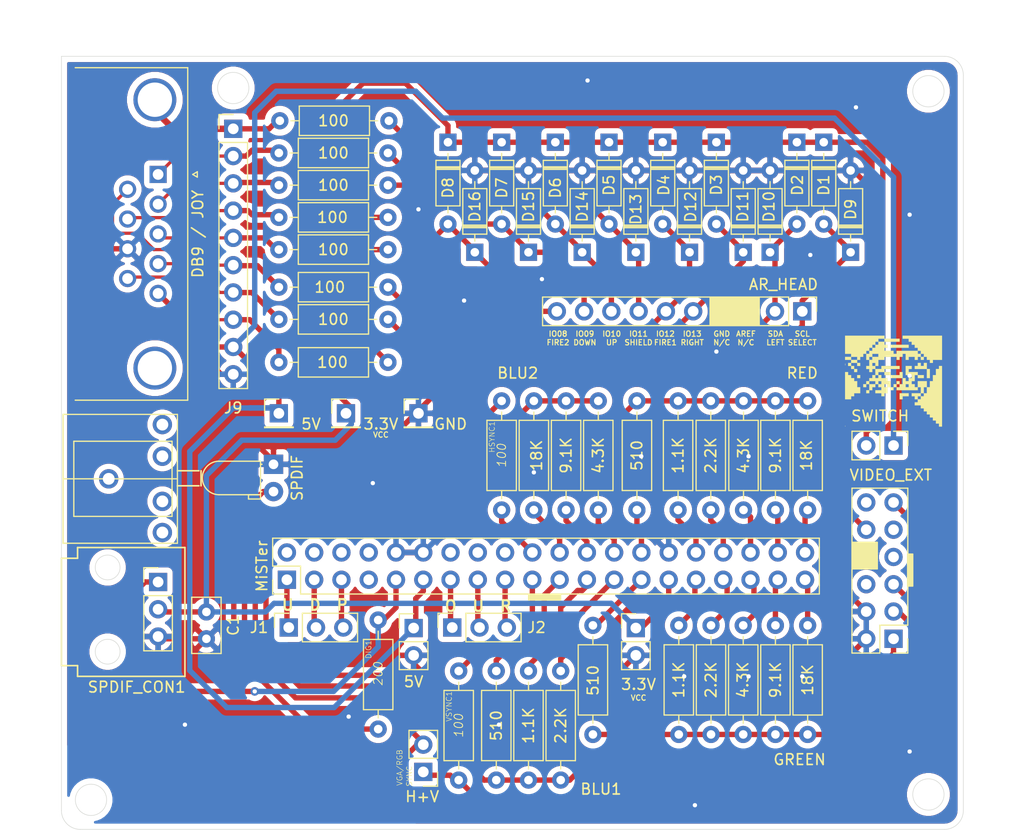
<source format=kicad_pcb>
(kicad_pcb (version 20171130) (host pcbnew 5.1.6-c6e7f7d~86~ubuntu18.04.1)
  (layers (0 F.Cu signal) (31 B.Cu signal) (34 B.Paste user) (35 F.Paste user) (36 B.SilkS user) (37 F.SilkS user) (38 B.Mask user) (39 F.Mask user) (44 Edge.Cuts user))
  (net 0 "")
  (net 1 "Net-(BLU_1-Pad2)")
  (net 2 "Net-(BLU_1-Pad1)")
  (net 3 "Net-(BLU_2-Pad2)")
  (net 4 "Net-(BLU_3-Pad2)")
  (net 5 "Net-(BLU_4-Pad2)")
  (net 6 "Net-(BLU_5-Pad2)")
  (net 7 "Net-(BLU_6-Pad2)")
  (net 8 "Net-(DIG1-Pad2)")
  (net 9 "Net-(GRE_1-Pad2)")
  (net 10 "Net-(GRE_1-Pad1)")
  (net 11 "Net-(GRE_2-Pad1)")
  (net 12 "Net-(GRE_3-Pad1)")
  (net 13 "Net-(GRE_4-Pad1)")
  (net 14 "Net-(GRE_5-Pad1)")
  (net 15 "Net-(GRE_6-Pad1)")
  (net 16 "Net-(HSYNC1-Pad2)")
  (net 17 "Net-(HSYNC1-Pad1)")
  (net 18 "Net-(JP1-Pad1)")
  (net 19 "Net-(MiSTer1-Pad40)")
  (net 20 "Net-(MiSTer1-Pad38)")
  (net 21 "Net-(MiSTer1-Pad36)")
  (net 22 "Net-(MiSTer1-Pad34)")
  (net 23 "Net-(MiSTer1-Pad32)")
  (net 24 "Net-(MiSTer1-Pad28)")
  (net 25 "Net-(MiSTer1-Pad19)")
  (net 26 "Net-(RED_1-Pad2)")
  (net 27 VCC)
  (net 28 /AF17-IO8)
  (net 29 /AE15-IO9)
  (net 30 /AF15-IO10)
  (net 31 /AG16-IO11)
  (net 32 /AH11-IO12)
  (net 33 /AH12-IO13)
  (net 34 /AH9-IO14)
  (net 35 /AG11-IO15)
  (net 36 GND)
  (net 37 SELECT-LAT)
  (net 38 LEFT-CLK)
  (net 39 UP-DAT)
  (net 40 MUX)
  (net 41 FIRE1)
  (net 42 RIGHT)
  (net 43 DOWN)
  (net 44 FIRE2)
  (net 45 5V)
  (net 46 RESET)
  (net 47 USER)
  (net 48 OSD)
  (net 49 LED_USR)
  (net 50 LED_DISK)
  (net 51 LED_PWR)
  (net 52 SPDIFF)
  (module componentes:logo (layer F.Cu) (at 188.5 85.5)
    (fp_text reference G*** hide)
    (fp_text value LOGO hide)
  )
  (module Connector_PinHeader_2.54mm:PinHeader_1x10_P2.54mm_Vertical (layer F.Cu) (at 180 79 270)
    (fp_text reference AR_HEAD (at -2.5 1.75) (layer F.SilkS))
    (fp_text value 10)
    (pad 10 thru_hole oval (at 0 22.86 270) (size 1.7 1.7) (drill 1) (layers *.Cu *.Mask) (net 28 /AF17-IO8))
    (pad 9 thru_hole oval (at 0 20.32 270) (size 1.7 1.7) (drill 1) (layers *.Cu *.Mask) (net 29 /AE15-IO9))
    (pad 8 thru_hole oval (at 0 17.78 270) (size 1.7 1.7) (drill 1) (layers *.Cu *.Mask) (net 30 /AF15-IO10))
    (pad 7 thru_hole oval (at 0 15.24 270) (size 1.7 1.7) (drill 1) (layers *.Cu *.Mask) (net 31 /AG16-IO11))
    (pad 6 thru_hole oval (at 0 12.7 270) (size 1.7 1.7) (drill 1) (layers *.Cu *.Mask) (net 32 /AH11-IO12))
    (pad 5 thru_hole oval (at 0 10.16 270) (size 1.7 1.7) (drill 1) (layers *.Cu *.Mask) (net 33 /AH12-IO13))
    (pad 2 thru_hole oval (at 0 2.54 270) (size 1.7 1.7) (drill 1) (layers *.Cu *.Mask) (net 34 /AH9-IO14))
    (pad 1 thru_hole rect (at 0 0 270) (size 1.7 1.7) (drill 1) (layers *.Cu *.Mask) (net 35 /AG11-IO15))
  )
  (module Connector_PinHeader_2.54mm:PinHeader_1x10_P2.54mm_Vertical (layer F.Cu) (at 127 62)
    (fp_text reference J9 (at 0 26) (layer F.SilkS))
    (fp_text value Conn_01x09)
    (pad 10 thru_hole oval (at 0 22.86) (size 1.7 1.7) (drill 1) (layers *.Cu *.Mask) (net 36 GND))
    (pad 9 thru_hole oval (at 0 20.32) (size 1.7 1.7) (drill 1) (layers *.Cu *.Mask) (net 45 5V))
    (pad 8 thru_hole oval (at 0 17.78) (size 1.7 1.7) (drill 1) (layers *.Cu *.Mask) (net 44 FIRE2))
    (pad 7 thru_hole oval (at 0 15.24) (size 1.7 1.7) (drill 1) (layers *.Cu *.Mask) (net 42 RIGHT))
    (pad 6 thru_hole oval (at 0 12.7) (size 1.7 1.7) (drill 1) (layers *.Cu *.Mask) (net 41 FIRE1))
    (pad 5 thru_hole oval (at 0 10.16) (size 1.7 1.7) (drill 1) (layers *.Cu *.Mask) (net 38 LEFT-CLK))
    (pad 4 thru_hole oval (at 0 7.62) (size 1.7 1.7) (drill 1) (layers *.Cu *.Mask) (net 37 SELECT-LAT))
    (pad 3 thru_hole oval (at 0 5.08) (size 1.7 1.7) (drill 1) (layers *.Cu *.Mask) (net 43 DOWN))
    (pad 2 thru_hole oval (at 0 2.54) (size 1.7 1.7) (drill 1) (layers *.Cu *.Mask) (net 39 UP-DAT))
    (pad 1 thru_hole rect (at 0 0) (size 1.7 1.7) (drill 1) (layers *.Cu *.Mask) (net 40 MUX))
  )
  (module Connector_PinHeader_2.54mm:PinHeader_2x06_P2.54mm_Vertical (layer F.Cu) (at 188.5 109.5 180)
    (fp_text reference VIDEO_EXT (at 0.25 15.25) (layer F.SilkS))
    (fp_text value Conn_02x06_Odd_Even)
    (pad 12 thru_hole oval (at 2.54 12.7 180) (size 1.7 1.7) (drill 1) (layers *.Cu *.Mask))
    (pad 11 thru_hole oval (at 0 12.7 180) (size 1.7 1.7) (drill 1) (layers *.Cu *.Mask) (net 18 "Net-(JP1-Pad1)"))
    (pad 10 thru_hole oval (at 2.54 10.16 180) (size 1.7 1.7) (drill 1) (layers *.Cu *.Mask) (net 16 "Net-(HSYNC1-Pad2)"))
    (pad 9 thru_hole oval (at 0 10.16 180) (size 1.7 1.7) (drill 1) (layers *.Cu *.Mask))
    (pad 7 thru_hole oval (at 0 7.62 180) (size 1.7 1.7) (drill 1) (layers *.Cu *.Mask))
    (pad 6 thru_hole oval (at 2.54 5.08 180) (size 1.7 1.7) (drill 1) (layers *.Cu *.Mask))
    (pad 5 thru_hole oval (at 0 5.08 180) (size 1.7 1.7) (drill 1) (layers *.Cu *.Mask) (net 2 "Net-(BLU_1-Pad1)"))
    (pad 4 thru_hole oval (at 2.54 2.54 180) (size 1.7 1.7) (drill 1) (layers *.Cu *.Mask) (net 36 GND))
    (pad 3 thru_hole oval (at 0 2.54 180) (size 1.7 1.7) (drill 1) (layers *.Cu *.Mask) (net 9 "Net-(GRE_1-Pad2)"))
    (pad 2 thru_hole oval (at 2.54 0 180) (size 1.7 1.7) (drill 1) (layers *.Cu *.Mask) (net 36 GND))
    (pad 1 thru_hole rect (at 0 0 180) (size 1.7 1.7) (drill 1) (layers *.Cu *.Mask) (net 26 "Net-(RED_1-Pad2)"))
  )
  (module Connector_PinHeader_2.54mm:PinHeader_1x02_P2.54mm_Vertical (layer F.Cu) (at 188.5 91.5 270)
    (fp_text reference SWITCH (at -2.75 1.25 180) (layer F.SilkS))
    (fp_text value SYNC)
    (pad 2 thru_hole oval (at 0 2.54 270) (size 1.7 1.7) (drill 1) (layers *.Cu *.Mask) (net 27 VCC))
    (pad 1 thru_hole rect (at 0 0 270) (size 1.7 1.7) (drill 1) (layers *.Cu *.Mask) (net 45 5V))
  )
  (module LED_THT:LED_D3.0mm_Horizontal_O1.27mm_Z2.0mm (layer F.Cu) (at 130.75 93.25 270)
    (fp_text reference SPDIF (at 1.27 -2.2 90) (layer F.SilkS))
    (fp_text value LED_RED)
    (pad 1 thru_hole rect (at 0 0 270) (size 1.8 1.8) (drill 0.9) (layers *.Cu *.Mask) (net 36 GND))
    (pad 2 thru_hole circle (at 2.54 0 270) (size 1.8 1.8) (drill 0.9) (layers *.Cu *.Mask) (net 8 "Net-(DIG1-Pad2)"))
  )
  (module Connector_PinHeader_2.54mm:PinHeader_1x02_P2.54mm_Vertical (layer F.Cu) (at 144.7 121.9 180)
    (fp_text reference JP1 hide)
    (fp_text value SYNC (at 1.3 -0.4 90) (layer F.SilkS) (effects (font (size 0.5 0.5) (thickness 0.05))))
    (pad 2 thru_hole oval (at 0 2.54 180) (size 1.7 1.7) (drill 1) (layers *.Cu *.Mask) (net 16 "Net-(HSYNC1-Pad2)"))
    (pad 1 thru_hole rect (at 0 0 180) (size 1.7 1.7) (drill 1) (layers *.Cu *.Mask) (net 18 "Net-(JP1-Pad1)"))
  )
  (module Connector_PinHeader_2.54mm:PinHeader_1x03_P2.54mm_Vertical (layer F.Cu) (at 120 104.21)
    (fp_text reference SPDIF_CON1 (at -2 9.79) (layer F.SilkS))
    (fp_text value Conn_alt)
    (pad 3 thru_hole oval (at 0 5.08) (size 1.7 1.7) (drill 1) (layers *.Cu *.Mask) (net 36 GND))
    (pad 2 thru_hole oval (at 0 2.54) (size 1.7 1.7) (drill 1) (layers *.Cu *.Mask) (net 27 VCC))
    (pad 1 thru_hole rect (at 0 0) (size 1.7 1.7) (drill 1) (layers *.Cu *.Mask) (net 52 SPDIFF))
  )
  (module Capacitor_THT:C_Disc_D5.0mm_W2.5mm_P2.50mm (layer F.Cu) (at 124.5 107 270)
    (fp_text reference C1 (at 1.25 -2.5 90) (layer F.SilkS))
    (fp_text value 1uF/0.1uF)
    (pad 2 thru_hole circle (at 2.5 0 270) (size 1.6 1.6) (drill 0.8) (layers *.Cu *.Mask) (net 36 GND))
    (pad 1 thru_hole circle (at 0 0 270) (size 1.6 1.6) (drill 0.8) (layers *.Cu *.Mask) (net 27 VCC))
  )
  (module Connector_PinHeader_2.54mm:PinHeader_1x01_P2.54mm_Vertical (layer F.Cu) (at 144.25 88.5)
    (fp_text reference GND (at 3 1) (layer F.SilkS))
    (fp_text value GND)
    (pad 1 thru_hole rect (at 0 0) (size 1.7 1.7) (drill 1) (layers *.Cu *.Mask) (net 36 GND))
  )
  (module Connector_PinSocket_2.54mm:PinSocket_1x03_P2.54mm_Vertical (layer F.Cu) (at 132.17 108.45 90)
    (fp_text reference J1 (at 0 -2.77) (layer F.SilkS))
    (fp_text value Conn_01x03)
    (pad 3 thru_hole oval (at 0 5.08 90) (size 1.7 1.7) (drill 1) (layers *.Cu *.Mask) (net 51 LED_PWR))
    (pad 2 thru_hole oval (at 0 2.54 90) (size 1.7 1.7) (drill 1) (layers *.Cu *.Mask) (net 50 LED_DISK))
    (pad 1 thru_hole rect (at 0 0 90) (size 1.7 1.7) (drill 1) (layers *.Cu *.Mask) (net 49 LED_USR))
  )
  (module Resistor_THT:R_Axial_DIN0207_L6.3mm_D2.5mm_P10.16mm_Horizontal (layer F.Cu) (at 148 112.5 270)
    (fp_text reference VSYNC1 (at 3.3 0.9 270) (layer F.SilkS) (effects (font (size 0.5 0.5) (thickness 0.05))))
    (fp_text value 100 (at 5.08 0 90) (layer F.SilkS) (effects (font (size 0.8 0.8) (thickness 0.08) italic)))
    (pad 2 thru_hole oval (at 10.16 0 270) (size 1.6 1.6) (drill 0.8) (layers *.Cu *.Mask) (net 18 "Net-(JP1-Pad1)"))
    (pad 1 thru_hole circle (at 0 0 270) (size 1.6 1.6) (drill 0.8) (layers *.Cu *.Mask) (net 25 "Net-(MiSTer1-Pad19)"))
  )
  (module Connector_PinSocket_2.54mm:PinSocket_1x03_P2.54mm_Vertical (layer F.Cu) (at 147.4 108.45 90)
    (fp_text reference J2 (at 0 7.85 180) (layer F.SilkS))
    (fp_text value Conn_01x03)
    (pad 1 thru_hole rect (at 0 0 90) (size 1.7 1.7) (drill 1) (layers *.Cu *.Mask) (net 48 OSD))
    (pad 2 thru_hole oval (at 0 2.54 90) (size 1.7 1.7) (drill 1) (layers *.Cu *.Mask) (net 47 USER))
    (pad 3 thru_hole oval (at 0 5.08 90) (size 1.7 1.7) (drill 1) (layers *.Cu *.Mask) (net 46 RESET))
  )
  (module Connector_PinHeader_2.54mm:PinHeader_1x01_P2.54mm_Vertical (layer F.Cu) (at 131.25 88.5)
    (fp_text reference 5V (at 3 1) (layer F.SilkS))
    (fp_text value 5V)
    (pad 1 thru_hole rect (at 0 0) (size 1.7 1.7) (drill 1) (layers *.Cu *.Mask) (net 45 5V))
  )
  (module Connector_PinHeader_2.54mm:PinHeader_1x01_P2.54mm_Vertical (layer F.Cu) (at 137.5 88.5)
    (fp_text reference 3.3V (at 3.25 1) (layer F.SilkS))
    (fp_text value 3V)
    (pad 1 thru_hole rect (at 0 0) (size 1.7 1.7) (drill 1) (layers *.Cu *.Mask) (net 27 VCC))
  )
  (module Connector_PinHeader_2.54mm:PinHeader_1x02_P2.54mm_Vertical (layer F.Cu) (at 164.5 108.5)
    (fp_text reference 3.3V (at 0.25 5.25) (layer F.SilkS))
    (fp_text value RGB-SWITCH)
    (pad 2 thru_hole oval (at 0 2.54) (size 1.7 1.7) (drill 1) (layers *.Cu *.Mask) (net 36 GND))
    (pad 1 thru_hole rect (at 0 0) (size 1.7 1.7) (drill 1) (layers *.Cu *.Mask) (net 27 VCC))
  )
  (module Connector_Dsub:DSUB-9_Male_Horizontal_P2.77x2.84mm_EdgePinOffset4.94mm_Housed_MountingHolesOffset7.48mm (layer F.Cu) (at 120 66.25 270)
    (fp_text reference "DB9 / JOY" (at 5.54 -3.7 90) (layer F.SilkS))
    (fp_text value DB9_Male)
    (pad 0 thru_hole circle (at 18.04 0.3 270) (size 4 4) (drill 3.2) (layers *.Cu *.Mask) (net 40 MUX))
    (pad 0 thru_hole circle (at -6.96 0.3 270) (size 4 4) (drill 3.2) (layers *.Cu *.Mask) (net 40 MUX))
    (pad 9 thru_hole circle (at 9.695 2.84 270) (size 1.6 1.6) (drill 1) (layers *.Cu *.Mask) (net 44 FIRE2))
    (pad 8 thru_hole circle (at 6.925 2.84 270) (size 1.6 1.6) (drill 1) (layers *.Cu *.Mask) (net 36 GND))
    (pad 7 thru_hole circle (at 4.155 2.84 270) (size 1.6 1.6) (drill 1) (layers *.Cu *.Mask) (net 37 SELECT-LAT))
    (pad 6 thru_hole circle (at 1.385 2.84 270) (size 1.6 1.6) (drill 1) (layers *.Cu *.Mask) (net 41 FIRE1))
    (pad 5 thru_hole circle (at 11.08 0 270) (size 1.6 1.6) (drill 1) (layers *.Cu *.Mask) (net 45 5V))
    (pad 4 thru_hole circle (at 8.31 0 270) (size 1.6 1.6) (drill 1) (layers *.Cu *.Mask) (net 42 RIGHT))
    (pad 3 thru_hole circle (at 5.54 0 270) (size 1.6 1.6) (drill 1) (layers *.Cu *.Mask) (net 38 LEFT-CLK))
    (pad 2 thru_hole circle (at 2.77 0 270) (size 1.6 1.6) (drill 1) (layers *.Cu *.Mask) (net 43 DOWN))
    (pad 1 thru_hole rect (at 0 0 270) (size 1.6 1.6) (drill 1) (layers *.Cu *.Mask) (net 39 UP-DAT))
  )
  (module Diode_THT:D_DO-35_SOD27_P7.62mm_Horizontal (layer F.Cu) (at 182 63.25 270)
    (fp_text reference D1 (at 4 0 90) (layer F.SilkS))
    (fp_text value BAT42)
    (pad 1 thru_hole rect (at 0 0 270) (size 1.6 1.6) (drill 0.8) (layers *.Cu *.Mask) (net 27 VCC))
    (pad 2 thru_hole oval (at 7.62 0 270) (size 1.6 1.6) (drill 0.8) (layers *.Cu *.Mask) (net 35 /AG11-IO15))
  )
  (module Connector_PinHeader_2.54mm:PinHeader_2x20_P2.54mm_Vertical (layer F.Cu) (at 132 104 90)
    (fp_text reference MiSTer (at 1.27 -2.33 90) (layer F.SilkS))
    (fp_text value Conn_02x20)
    (pad 1 thru_hole rect (at 0 0 90) (size 1.7 1.7) (drill 1) (layers *.Cu *.Mask) (net 49 LED_USR))
    (pad 2 thru_hole oval (at 2.54 0 90) (size 1.7 1.7) (drill 1) (layers *.Cu *.Mask))
    (pad 3 thru_hole oval (at 0 2.54 90) (size 1.7 1.7) (drill 1) (layers *.Cu *.Mask) (net 50 LED_DISK))
    (pad 4 thru_hole oval (at 2.54 2.54 90) (size 1.7 1.7) (drill 1) (layers *.Cu *.Mask))
    (pad 5 thru_hole oval (at 0 5.08 90) (size 1.7 1.7) (drill 1) (layers *.Cu *.Mask) (net 51 LED_PWR))
    (pad 6 thru_hole oval (at 2.54 5.08 90) (size 1.7 1.7) (drill 1) (layers *.Cu *.Mask))
    (pad 7 thru_hole oval (at 0 7.62 90) (size 1.7 1.7) (drill 1) (layers *.Cu *.Mask))
    (pad 8 thru_hole oval (at 2.54 7.62 90) (size 1.7 1.7) (drill 1) (layers *.Cu *.Mask))
    (pad 9 thru_hole oval (at 0 10.16 90) (size 1.7 1.7) (drill 1) (layers *.Cu *.Mask) (net 52 SPDIFF))
    (pad 10 thru_hole oval (at 2.54 10.16 90) (size 1.7 1.7) (drill 1) (layers *.Cu *.Mask) (net 36 GND))
    (pad 11 thru_hole oval (at 0 12.7 90) (size 1.7 1.7) (drill 1) (layers *.Cu *.Mask) (net 45 5V))
    (pad 12 thru_hole oval (at 2.54 12.7 90) (size 1.7 1.7) (drill 1) (layers *.Cu *.Mask) (net 36 GND))
    (pad 13 thru_hole oval (at 0 15.24 90) (size 1.7 1.7) (drill 1) (layers *.Cu *.Mask) (net 48 OSD))
    (pad 14 thru_hole oval (at 2.54 15.24 90) (size 1.7 1.7) (drill 1) (layers *.Cu *.Mask))
    (pad 15 thru_hole oval (at 0 17.78 90) (size 1.7 1.7) (drill 1) (layers *.Cu *.Mask) (net 47 USER))
    (pad 16 thru_hole oval (at 2.54 17.78 90) (size 1.7 1.7) (drill 1) (layers *.Cu *.Mask))
    (pad 17 thru_hole oval (at 0 20.32 90) (size 1.7 1.7) (drill 1) (layers *.Cu *.Mask) (net 46 RESET))
    (pad 18 thru_hole oval (at 2.54 20.32 90) (size 1.7 1.7) (drill 1) (layers *.Cu *.Mask))
    (pad 19 thru_hole oval (at 0 22.86 90) (size 1.7 1.7) (drill 1) (layers *.Cu *.Mask) (net 25 "Net-(MiSTer1-Pad19)"))
    (pad 20 thru_hole oval (at 2.54 22.86 90) (size 1.7 1.7) (drill 1) (layers *.Cu *.Mask) (net 17 "Net-(HSYNC1-Pad1)"))
    (pad 21 thru_hole oval (at 0 25.4 90) (size 1.7 1.7) (drill 1) (layers *.Cu *.Mask) (net 7 "Net-(BLU_6-Pad2)"))
    (pad 22 thru_hole oval (at 2.54 25.4 90) (size 1.7 1.7) (drill 1) (layers *.Cu *.Mask) (net 1 "Net-(BLU_1-Pad2)"))
    (pad 23 thru_hole oval (at 0 27.94 90) (size 1.7 1.7) (drill 1) (layers *.Cu *.Mask) (net 6 "Net-(BLU_5-Pad2)"))
    (pad 24 thru_hole oval (at 2.54 27.94 90) (size 1.7 1.7) (drill 1) (layers *.Cu *.Mask) (net 3 "Net-(BLU_2-Pad2)"))
    (pad 25 thru_hole oval (at 0 30.48 90) (size 1.7 1.7) (drill 1) (layers *.Cu *.Mask) (net 5 "Net-(BLU_4-Pad2)"))
    (pad 26 thru_hole oval (at 2.54 30.48 90) (size 1.7 1.7) (drill 1) (layers *.Cu *.Mask) (net 4 "Net-(BLU_3-Pad2)"))
    (pad 27 thru_hole oval (at 0 33.02 90) (size 1.7 1.7) (drill 1) (layers *.Cu *.Mask) (net 15 "Net-(GRE_6-Pad1)"))
    (pad 28 thru_hole oval (at 2.54 33.02 90) (size 1.7 1.7) (drill 1) (layers *.Cu *.Mask) (net 24 "Net-(MiSTer1-Pad28)"))
    (pad 29 thru_hole oval (at 0 35.56 90) (size 1.7 1.7) (drill 1) (layers *.Cu *.Mask) (net 27 VCC))
    (pad 30 thru_hole oval (at 2.54 35.56 90) (size 1.7 1.7) (drill 1) (layers *.Cu *.Mask) (net 36 GND))
    (pad 31 thru_hole oval (at 0 38.1 90) (size 1.7 1.7) (drill 1) (layers *.Cu *.Mask) (net 14 "Net-(GRE_5-Pad1)"))
    (pad 32 thru_hole oval (at 2.54 38.1 90) (size 1.7 1.7) (drill 1) (layers *.Cu *.Mask) (net 23 "Net-(MiSTer1-Pad32)"))
    (pad 33 thru_hole oval (at 0 40.64 90) (size 1.7 1.7) (drill 1) (layers *.Cu *.Mask) (net 13 "Net-(GRE_4-Pad1)"))
    (pad 34 thru_hole oval (at 2.54 40.64 90) (size 1.7 1.7) (drill 1) (layers *.Cu *.Mask) (net 22 "Net-(MiSTer1-Pad34)"))
    (pad 35 thru_hole oval (at 0 43.18 90) (size 1.7 1.7) (drill 1) (layers *.Cu *.Mask) (net 12 "Net-(GRE_3-Pad1)"))
    (pad 36 thru_hole oval (at 2.54 43.18 90) (size 1.7 1.7) (drill 1) (layers *.Cu *.Mask) (net 21 "Net-(MiSTer1-Pad36)"))
    (pad 37 thru_hole oval (at 0 45.72 90) (size 1.7 1.7) (drill 1) (layers *.Cu *.Mask) (net 11 "Net-(GRE_2-Pad1)"))
    (pad 38 thru_hole oval (at 2.54 45.72 90) (size 1.7 1.7) (drill 1) (layers *.Cu *.Mask) (net 20 "Net-(MiSTer1-Pad38)"))
    (pad 39 thru_hole oval (at 0 48.26 90) (size 1.7 1.7) (drill 1) (layers *.Cu *.Mask) (net 10 "Net-(GRE_1-Pad1)"))
    (pad 40 thru_hole oval (at 2.54 48.26 90) (size 1.7 1.7) (drill 1) (layers *.Cu *.Mask) (net 19 "Net-(MiSTer1-Pad40)"))
  )
  (module Connector_PinHeader_2.54mm:PinHeader_1x02_P2.54mm_Vertical (layer F.Cu) (at 143.8 108.5)
    (fp_text reference 5V (at 0 5) (layer F.SilkS))
    (fp_text value AV)
    (pad 2 thru_hole oval (at 0 2.54) (size 1.7 1.7) (drill 1) (layers *.Cu *.Mask) (net 36 GND))
    (pad 1 thru_hole rect (at 0 0) (size 1.7 1.7) (drill 1) (layers *.Cu *.Mask) (net 45 5V))
  )
  (module Diode_THT:D_DO-35_SOD27_P7.62mm_Horizontal (layer F.Cu) (at 149.5 73.5 90)
    (fp_text reference D16 (at 4.25 0 90) (layer F.SilkS))
    (fp_text value BAT42)
    (pad 1 thru_hole rect (at 0 0 90) (size 1.6 1.6) (drill 0.8) (layers *.Cu *.Mask) (net 28 /AF17-IO8))
    (pad 2 thru_hole oval (at 7.62 0 90) (size 1.6 1.6) (drill 0.8) (layers *.Cu *.Mask) (net 36 GND))
  )
  (module Diode_THT:D_DO-35_SOD27_P7.62mm_Horizontal (layer F.Cu) (at 154.5 73.5 90)
    (fp_text reference D15 (at 4.25 0 90) (layer F.SilkS))
    (fp_text value BAT42)
    (pad 1 thru_hole rect (at 0 0 90) (size 1.6 1.6) (drill 0.8) (layers *.Cu *.Mask) (net 29 /AE15-IO9))
    (pad 2 thru_hole oval (at 7.62 0 90) (size 1.6 1.6) (drill 0.8) (layers *.Cu *.Mask) (net 36 GND))
  )
  (module Diode_THT:D_DO-35_SOD27_P7.62mm_Horizontal (layer F.Cu) (at 159.5 73.5 90)
    (fp_text reference D14 (at 4.25 0 90) (layer F.SilkS))
    (fp_text value BAT42)
    (pad 1 thru_hole rect (at 0 0 90) (size 1.6 1.6) (drill 0.8) (layers *.Cu *.Mask) (net 30 /AF15-IO10))
    (pad 2 thru_hole oval (at 7.62 0 90) (size 1.6 1.6) (drill 0.8) (layers *.Cu *.Mask) (net 36 GND))
  )
  (module Diode_THT:D_DO-35_SOD27_P7.62mm_Horizontal (layer F.Cu) (at 164.5 73.5 90)
    (fp_text reference D13 (at 4 0 90) (layer F.SilkS))
    (fp_text value BAT42)
    (pad 1 thru_hole rect (at 0 0 90) (size 1.6 1.6) (drill 0.8) (layers *.Cu *.Mask) (net 31 /AG16-IO11))
    (pad 2 thru_hole oval (at 7.62 0 90) (size 1.6 1.6) (drill 0.8) (layers *.Cu *.Mask) (net 36 GND))
  )
  (module Diode_THT:D_DO-35_SOD27_P7.62mm_Horizontal (layer F.Cu) (at 169.5 73.5 90)
    (fp_text reference D12 (at 4.23 0.1 90) (layer F.SilkS))
    (fp_text value BAT42)
    (pad 1 thru_hole rect (at 0 0 90) (size 1.6 1.6) (drill 0.8) (layers *.Cu *.Mask) (net 32 /AH11-IO12))
    (pad 2 thru_hole oval (at 7.62 0 90) (size 1.6 1.6) (drill 0.8) (layers *.Cu *.Mask) (net 36 GND))
  )
  (module Diode_THT:D_DO-35_SOD27_P7.62mm_Horizontal (layer F.Cu) (at 174.5 73.5 90)
    (fp_text reference D11 (at 4.25 -0.05 90) (layer F.SilkS))
    (fp_text value BAT42)
    (pad 1 thru_hole rect (at 0 0 90) (size 1.6 1.6) (drill 0.8) (layers *.Cu *.Mask) (net 33 /AH12-IO13))
    (pad 2 thru_hole oval (at 7.62 0 90) (size 1.6 1.6) (drill 0.8) (layers *.Cu *.Mask) (net 36 GND))
  )
  (module Diode_THT:D_DO-35_SOD27_P7.62mm_Horizontal (layer F.Cu) (at 177 73.5 90)
    (fp_text reference D10 (at 4.25 -0.1 90) (layer F.SilkS))
    (fp_text value BAT42)
    (pad 1 thru_hole rect (at 0 0 90) (size 1.6 1.6) (drill 0.8) (layers *.Cu *.Mask) (net 34 /AH9-IO14))
    (pad 2 thru_hole oval (at 7.62 0 90) (size 1.6 1.6) (drill 0.8) (layers *.Cu *.Mask) (net 36 GND))
  )
  (module Diode_THT:D_DO-35_SOD27_P7.62mm_Horizontal (layer F.Cu) (at 184.5 73.5 90)
    (fp_text reference D9 (at 4 0 90) (layer F.SilkS))
    (fp_text value BAT42)
    (pad 1 thru_hole rect (at 0 0 90) (size 1.6 1.6) (drill 0.8) (layers *.Cu *.Mask) (net 35 /AG11-IO15))
    (pad 2 thru_hole oval (at 7.62 0 90) (size 1.6 1.6) (drill 0.8) (layers *.Cu *.Mask) (net 36 GND))
  )
  (module Diode_THT:D_DO-35_SOD27_P7.62mm_Horizontal (layer F.Cu) (at 147 63.25 270)
    (fp_text reference D8 (at 4.25 0 90) (layer F.SilkS))
    (fp_text value BAT42)
    (pad 1 thru_hole rect (at 0 0 270) (size 1.6 1.6) (drill 0.8) (layers *.Cu *.Mask) (net 27 VCC))
    (pad 2 thru_hole oval (at 7.62 0 270) (size 1.6 1.6) (drill 0.8) (layers *.Cu *.Mask) (net 28 /AF17-IO8))
  )
  (module Diode_THT:D_DO-35_SOD27_P7.62mm_Horizontal (layer F.Cu) (at 152 63.25 270)
    (fp_text reference D7 (at 4.25 0 90) (layer F.SilkS))
    (fp_text value BAT42)
    (pad 1 thru_hole rect (at 0 0 270) (size 1.6 1.6) (drill 0.8) (layers *.Cu *.Mask) (net 27 VCC))
    (pad 2 thru_hole oval (at 7.62 0 270) (size 1.6 1.6) (drill 0.8) (layers *.Cu *.Mask) (net 29 /AE15-IO9))
  )
  (module Diode_THT:D_DO-35_SOD27_P7.62mm_Horizontal (layer F.Cu) (at 157 63.25 270)
    (fp_text reference D6 (at 4.25 0 90) (layer F.SilkS))
    (fp_text value BAT42)
    (pad 1 thru_hole rect (at 0 0 270) (size 1.6 1.6) (drill 0.8) (layers *.Cu *.Mask) (net 27 VCC))
    (pad 2 thru_hole oval (at 7.62 0 270) (size 1.6 1.6) (drill 0.8) (layers *.Cu *.Mask) (net 30 /AF15-IO10))
  )
  (module Diode_THT:D_DO-35_SOD27_P7.62mm_Horizontal (layer F.Cu) (at 162 63.25 270)
    (fp_text reference D5 (at 4 0 90) (layer F.SilkS))
    (fp_text value BAT42)
    (pad 1 thru_hole rect (at 0 0 270) (size 1.6 1.6) (drill 0.8) (layers *.Cu *.Mask) (net 27 VCC))
    (pad 2 thru_hole oval (at 7.62 0 270) (size 1.6 1.6) (drill 0.8) (layers *.Cu *.Mask) (net 31 /AG16-IO11))
  )
  (module Diode_THT:D_DO-35_SOD27_P7.62mm_Horizontal (layer F.Cu) (at 167 63.25 270)
    (fp_text reference D4 (at 4 -0.1 90) (layer F.SilkS))
    (fp_text value BAT42)
    (pad 1 thru_hole rect (at 0 0 270) (size 1.6 1.6) (drill 0.8) (layers *.Cu *.Mask) (net 27 VCC))
    (pad 2 thru_hole oval (at 7.62 0 270) (size 1.6 1.6) (drill 0.8) (layers *.Cu *.Mask) (net 32 /AH11-IO12))
  )
  (module Diode_THT:D_DO-35_SOD27_P7.62mm_Horizontal (layer F.Cu) (at 172 63.25 270)
    (fp_text reference D3 (at 3.98 0 90) (layer F.SilkS))
    (fp_text value BAT42)
    (pad 1 thru_hole rect (at 0 0 270) (size 1.6 1.6) (drill 0.8) (layers *.Cu *.Mask) (net 27 VCC))
    (pad 2 thru_hole oval (at 7.62 0 270) (size 1.6 1.6) (drill 0.8) (layers *.Cu *.Mask) (net 33 /AH12-IO13))
  )
  (module Diode_THT:D_DO-35_SOD27_P7.62mm_Horizontal (layer F.Cu) (at 179.5 63.25 270)
    (fp_text reference D2 (at 4 -0.05 90) (layer F.SilkS))
    (fp_text value BAT42)
    (pad 1 thru_hole rect (at 0 0 270) (size 1.6 1.6) (drill 0.8) (layers *.Cu *.Mask) (net 27 VCC))
    (pad 2 thru_hole oval (at 7.62 0 270) (size 1.6 1.6) (drill 0.8) (layers *.Cu *.Mask) (net 34 /AH9-IO14))
  )
  (module Resistor_THT:R_Axial_DIN0207_L6.3mm_D2.5mm_P10.16mm_Horizontal (layer F.Cu) (at 131.25 83.75)
    (fp_text reference DB9_8)
    (fp_text value 100 (at 5 0) (layer F.SilkS))
    (pad 2 thru_hole oval (at 10.16 0) (size 1.6 1.6) (drill 0.8) (layers *.Cu *.Mask) (net 28 /AF17-IO8))
    (pad 1 thru_hole circle (at 0 0) (size 1.6 1.6) (drill 0.8) (layers *.Cu *.Mask) (net 44 FIRE2))
  )
  (module Resistor_THT:R_Axial_DIN0207_L6.3mm_D2.5mm_P10.16mm_Horizontal (layer F.Cu) (at 131.25 67.25)
    (fp_text reference DB9_7)
    (fp_text value 100 (at 5.08 0) (layer F.SilkS))
    (pad 2 thru_hole oval (at 10.16 0) (size 1.6 1.6) (drill 0.8) (layers *.Cu *.Mask) (net 29 /AE15-IO9))
    (pad 1 thru_hole circle (at 0 0) (size 1.6 1.6) (drill 0.8) (layers *.Cu *.Mask) (net 43 DOWN))
  )
  (module Resistor_THT:R_Axial_DIN0207_L6.3mm_D2.5mm_P10.16mm_Horizontal (layer F.Cu) (at 131.25 64.25)
    (fp_text reference DB9_6)
    (fp_text value 100 (at 5.08 0) (layer F.SilkS))
    (pad 2 thru_hole oval (at 10.16 0) (size 1.6 1.6) (drill 0.8) (layers *.Cu *.Mask) (net 30 /AF15-IO10))
    (pad 1 thru_hole circle (at 0 0) (size 1.6 1.6) (drill 0.8) (layers *.Cu *.Mask) (net 39 UP-DAT))
  )
  (module Resistor_THT:R_Axial_DIN0207_L6.3mm_D2.5mm_P10.16mm_Horizontal (layer F.Cu) (at 131.34 61.25)
    (fp_text reference DB9_5)
    (fp_text value 100 (at 5 0) (layer F.SilkS))
    (pad 2 thru_hole oval (at 10.16 0) (size 1.6 1.6) (drill 0.8) (layers *.Cu *.Mask) (net 31 /AG16-IO11))
    (pad 1 thru_hole circle (at 0 0) (size 1.6 1.6) (drill 0.8) (layers *.Cu *.Mask) (net 40 MUX))
  )
  (module Resistor_THT:R_Axial_DIN0207_L6.3mm_D2.5mm_P10.16mm_Horizontal (layer F.Cu) (at 131.25 76.75)
    (fp_text reference DB9_4 hide)
    (fp_text value 100 (at 4.75 0) (layer F.SilkS))
    (pad 2 thru_hole oval (at 10.16 0) (size 1.6 1.6) (drill 0.8) (layers *.Cu *.Mask) (net 32 /AH11-IO12))
    (pad 1 thru_hole circle (at 0 0) (size 1.6 1.6) (drill 0.8) (layers *.Cu *.Mask) (net 41 FIRE1))
  )
  (module Resistor_THT:R_Axial_DIN0207_L6.3mm_D2.5mm_P10.16mm_Horizontal (layer F.Cu) (at 131.25 79.75)
    (fp_text reference DB9_3 hide)
    (fp_text value 100 (at 5.08 0) (layer F.SilkS))
    (pad 2 thru_hole oval (at 10.16 0) (size 1.6 1.6) (drill 0.8) (layers *.Cu *.Mask) (net 33 /AH12-IO13))
    (pad 1 thru_hole circle (at 0 0) (size 1.6 1.6) (drill 0.8) (layers *.Cu *.Mask) (net 42 RIGHT))
  )
  (module Resistor_THT:R_Axial_DIN0207_L6.3mm_D2.5mm_P10.16mm_Horizontal (layer F.Cu) (at 131.25 73.25)
    (fp_text reference DB9_2)
    (fp_text value 100 (at 5.08 0) (layer F.SilkS))
    (pad 2 thru_hole oval (at 10.16 0) (size 1.6 1.6) (drill 0.8) (layers *.Cu *.Mask) (net 34 /AH9-IO14))
    (pad 1 thru_hole circle (at 0 0) (size 1.6 1.6) (drill 0.8) (layers *.Cu *.Mask) (net 38 LEFT-CLK))
  )
  (module Resistor_THT:R_Axial_DIN0207_L6.3mm_D2.5mm_P10.16mm_Horizontal (layer F.Cu) (at 131.25 70.25)
    (fp_text reference DB9_1)
    (fp_text value 100 (at 5 0) (layer F.SilkS))
    (pad 2 thru_hole oval (at 10.16 0) (size 1.6 1.6) (drill 0.8) (layers *.Cu *.Mask) (net 35 /AG11-IO15))
    (pad 1 thru_hole circle (at 0 0) (size 1.6 1.6) (drill 0.8) (layers *.Cu *.Mask) (net 37 SELECT-LAT))
  )
  (module Resistor_THT:R_Axial_DIN0207_L6.3mm_D2.5mm_P10.16mm_Horizontal (layer F.Cu) (at 160.5 108.25 270)
    (fp_text reference GRE_6 hide)
    (fp_text value 510 (at 5.124 -0.014 90) (layer F.SilkS))
    (pad 2 thru_hole oval (at 10.16 0 270) (size 1.6 1.6) (drill 0.8) (layers *.Cu *.Mask) (net 9 "Net-(GRE_1-Pad2)"))
    (pad 1 thru_hole circle (at 0 0 270) (size 1.6 1.6) (drill 0.8) (layers *.Cu *.Mask) (net 15 "Net-(GRE_6-Pad1)"))
  )
  (module Resistor_THT:R_Axial_DIN0207_L6.3mm_D2.5mm_P10.16mm_Horizontal (layer F.Cu) (at 164.6 97.5 90)
    (fp_text reference RED_6 hide)
    (fp_text value 510 (at 5.08 0 90) (layer F.SilkS))
    (pad 2 thru_hole oval (at 10.16 0 90) (size 1.6 1.6) (drill 0.8) (layers *.Cu *.Mask) (net 26 "Net-(RED_1-Pad2)"))
    (pad 1 thru_hole circle (at 0 0 90) (size 1.6 1.6) (drill 0.8) (layers *.Cu *.Mask) (net 24 "Net-(MiSTer1-Pad28)"))
  )
  (module Resistor_THT:R_Axial_DIN0207_L6.3mm_D2.5mm_P10.16mm_Horizontal (layer F.Cu) (at 168.432 97.502 90)
    (fp_text reference RED_5 hide)
    (fp_text value 1.1K (at 5.08 0 90) (layer F.SilkS))
    (pad 2 thru_hole oval (at 10.16 0 90) (size 1.6 1.6) (drill 0.8) (layers *.Cu *.Mask) (net 26 "Net-(RED_1-Pad2)"))
    (pad 1 thru_hole circle (at 0 0 90) (size 1.6 1.6) (drill 0.8) (layers *.Cu *.Mask) (net 23 "Net-(MiSTer1-Pad32)"))
  )
  (module Resistor_THT:R_Axial_DIN0207_L6.3mm_D2.5mm_P10.16mm_Horizontal (layer F.Cu) (at 171.48 97.502 90)
    (fp_text reference RED_4 hide)
    (fp_text value 2.2K (at 5.08 0 90) (layer F.SilkS))
    (pad 2 thru_hole oval (at 10.16 0 90) (size 1.6 1.6) (drill 0.8) (layers *.Cu *.Mask) (net 26 "Net-(RED_1-Pad2)"))
    (pad 1 thru_hole circle (at 0 0 90) (size 1.6 1.6) (drill 0.8) (layers *.Cu *.Mask) (net 22 "Net-(MiSTer1-Pad34)"))
  )
  (module Resistor_THT:R_Axial_DIN0207_L6.3mm_D2.5mm_P10.16mm_Horizontal (layer F.Cu) (at 174.528 97.502 90)
    (fp_text reference RED_3 hide)
    (fp_text value 4.3K (at 5.08 0 90) (layer F.SilkS))
    (pad 2 thru_hole oval (at 10.16 0 90) (size 1.6 1.6) (drill 0.8) (layers *.Cu *.Mask) (net 26 "Net-(RED_1-Pad2)"))
    (pad 1 thru_hole circle (at 0 0 90) (size 1.6 1.6) (drill 0.8) (layers *.Cu *.Mask) (net 21 "Net-(MiSTer1-Pad36)"))
  )
  (module Resistor_THT:R_Axial_DIN0207_L6.3mm_D2.5mm_P10.16mm_Horizontal (layer F.Cu) (at 177.5 97.5 90)
    (fp_text reference RED_2 hide)
    (fp_text value 9.1K (at 5.08 0 90) (layer F.SilkS))
    (pad 2 thru_hole oval (at 10.16 0 90) (size 1.6 1.6) (drill 0.8) (layers *.Cu *.Mask) (net 26 "Net-(RED_1-Pad2)"))
    (pad 1 thru_hole circle (at 0 0 90) (size 1.6 1.6) (drill 0.8) (layers *.Cu *.Mask) (net 20 "Net-(MiSTer1-Pad38)"))
  )
  (module Resistor_THT:R_Axial_DIN0207_L6.3mm_D2.5mm_P10.16mm_Horizontal (layer F.Cu) (at 180.5 97.5 90)
    (fp_text reference RED_1 hide)
    (fp_text value 18K (at 5.08 -0.112 90) (layer F.SilkS))
    (pad 2 thru_hole oval (at 10.16 0 90) (size 1.6 1.6) (drill 0.8) (layers *.Cu *.Mask) (net 26 "Net-(RED_1-Pad2)"))
    (pad 1 thru_hole circle (at 0 0 90) (size 1.6 1.6) (drill 0.8) (layers *.Cu *.Mask) (net 19 "Net-(MiSTer1-Pad40)"))
  )
  (module Resistor_THT:R_Axial_DIN0207_L6.3mm_D2.5mm_P10.16mm_Horizontal (layer F.Cu) (at 152 97.502 90)
    (fp_text reference HSYNC1 (at 6.802 -0.9 90) (layer F.SilkS) (effects (font (size 0.5 0.5) (thickness 0.05))))
    (fp_text value 100 (at 5.08 0 90) (layer F.SilkS) (effects (font (size 0.8 0.8) (thickness 0.08) italic)))
    (pad 2 thru_hole oval (at 10.16 0 90) (size 1.6 1.6) (drill 0.8) (layers *.Cu *.Mask) (net 16 "Net-(HSYNC1-Pad2)"))
    (pad 1 thru_hole circle (at 0 0 90) (size 1.6 1.6) (drill 0.8) (layers *.Cu *.Mask) (net 17 "Net-(HSYNC1-Pad1)"))
  )
  (module Resistor_THT:R_Axial_DIN0207_L6.3mm_D2.5mm_P10.16mm_Horizontal (layer F.Cu) (at 168.5 108.25 270)
    (fp_text reference GRE_5 hide)
    (fp_text value 1.1K (at 5.08 0 90) (layer F.SilkS))
    (pad 2 thru_hole oval (at 10.16 0 270) (size 1.6 1.6) (drill 0.8) (layers *.Cu *.Mask) (net 9 "Net-(GRE_1-Pad2)"))
    (pad 1 thru_hole circle (at 0 0 270) (size 1.6 1.6) (drill 0.8) (layers *.Cu *.Mask) (net 14 "Net-(GRE_5-Pad1)"))
  )
  (module Resistor_THT:R_Axial_DIN0207_L6.3mm_D2.5mm_P10.16mm_Horizontal (layer F.Cu) (at 171.5 108.25 270)
    (fp_text reference GRE_4 hide)
    (fp_text value 2.2K (at 5.08 0 90) (layer F.SilkS))
    (pad 2 thru_hole oval (at 10.16 0 270) (size 1.6 1.6) (drill 0.8) (layers *.Cu *.Mask) (net 9 "Net-(GRE_1-Pad2)"))
    (pad 1 thru_hole circle (at 0 0 270) (size 1.6 1.6) (drill 0.8) (layers *.Cu *.Mask) (net 13 "Net-(GRE_4-Pad1)"))
  )
  (module Resistor_THT:R_Axial_DIN0207_L6.3mm_D2.5mm_P10.16mm_Horizontal (layer F.Cu) (at 174.5 108.25 270)
    (fp_text reference GRE_3 hide)
    (fp_text value 4.3K (at 5.08 0.028 90) (layer F.SilkS))
    (pad 2 thru_hole oval (at 10.16 0 270) (size 1.6 1.6) (drill 0.8) (layers *.Cu *.Mask) (net 9 "Net-(GRE_1-Pad2)"))
    (pad 1 thru_hole circle (at 0 0 270) (size 1.6 1.6) (drill 0.8) (layers *.Cu *.Mask) (net 12 "Net-(GRE_3-Pad1)"))
  )
  (module Resistor_THT:R_Axial_DIN0207_L6.3mm_D2.5mm_P10.16mm_Horizontal (layer F.Cu) (at 177.5 108.25 270)
    (fp_text reference GRE_2 hide)
    (fp_text value 9.1K (at 5.08 0 90) (layer F.SilkS))
    (pad 2 thru_hole oval (at 10.16 0 270) (size 1.6 1.6) (drill 0.8) (layers *.Cu *.Mask) (net 9 "Net-(GRE_1-Pad2)"))
    (pad 1 thru_hole circle (at 0 0 270) (size 1.6 1.6) (drill 0.8) (layers *.Cu *.Mask) (net 11 "Net-(GRE_2-Pad1)"))
  )
  (module Resistor_THT:R_Axial_DIN0207_L6.3mm_D2.5mm_P10.16mm_Horizontal (layer F.Cu) (at 180.5 108.25 270)
    (fp_text reference GRE_1 hide)
    (fp_text value 18K (at 5.08 0 90) (layer F.SilkS))
    (pad 2 thru_hole oval (at 10.16 0 270) (size 1.6 1.6) (drill 0.8) (layers *.Cu *.Mask) (net 9 "Net-(GRE_1-Pad2)"))
    (pad 1 thru_hole circle (at 0 0 270) (size 1.6 1.6) (drill 0.8) (layers *.Cu *.Mask) (net 10 "Net-(GRE_1-Pad1)"))
  )
  (module Resistor_THT:R_Axial_DIN0207_L6.3mm_D2.5mm_P10.16mm_Horizontal (layer F.Cu) (at 140.5 107.75 270)
    (fp_text reference DIG1 (at 2.75 0.9 90) (layer F.SilkS) (effects (font (size 0.5 0.5) (thickness 0.05))))
    (fp_text value 200 (at 5 0 90) (layer F.SilkS) (effects (font (size 0.8 0.8) (thickness 0.08) italic)))
    (pad 2 thru_hole oval (at 10.16 0 270) (size 1.6 1.6) (drill 0.8) (layers *.Cu *.Mask) (net 8 "Net-(DIG1-Pad2)"))
    (pad 1 thru_hole circle (at 0 0 270) (size 1.6 1.6) (drill 0.8) (layers *.Cu *.Mask) (net 52 SPDIFF))
  )
  (module Resistor_THT:R_Axial_DIN0207_L6.3mm_D2.5mm_P10.16mm_Horizontal (layer F.Cu) (at 151.5 122.66 90)
    (fp_text reference BLU_6 hide)
    (fp_text value 510 (at 5.08 0 90) (layer F.SilkS))
    (pad 2 thru_hole oval (at 10.16 0 90) (size 1.6 1.6) (drill 0.8) (layers *.Cu *.Mask) (net 7 "Net-(BLU_6-Pad2)"))
    (pad 1 thru_hole circle (at 0 0 90) (size 1.6 1.6) (drill 0.8) (layers *.Cu *.Mask) (net 2 "Net-(BLU_1-Pad1)"))
  )
  (module Resistor_THT:R_Axial_DIN0207_L6.3mm_D2.5mm_P10.16mm_Horizontal (layer F.Cu) (at 154.5 122.66 90)
    (fp_text reference BLU_5 hide)
    (fp_text value 1.1K (at 5.08 0 90) (layer F.SilkS))
    (pad 2 thru_hole oval (at 10.16 0 90) (size 1.6 1.6) (drill 0.8) (layers *.Cu *.Mask) (net 6 "Net-(BLU_5-Pad2)"))
    (pad 1 thru_hole circle (at 0 0 90) (size 1.6 1.6) (drill 0.8) (layers *.Cu *.Mask) (net 2 "Net-(BLU_1-Pad1)"))
  )
  (module Resistor_THT:R_Axial_DIN0207_L6.3mm_D2.5mm_P10.16mm_Horizontal (layer F.Cu) (at 157.5 122.66 90)
    (fp_text reference BLU_4 hide)
    (fp_text value 2.2K (at 5.08 0 90) (layer F.SilkS))
    (pad 2 thru_hole oval (at 10.16 0 90) (size 1.6 1.6) (drill 0.8) (layers *.Cu *.Mask) (net 5 "Net-(BLU_4-Pad2)"))
    (pad 1 thru_hole circle (at 0 0 90) (size 1.6 1.6) (drill 0.8) (layers *.Cu *.Mask) (net 2 "Net-(BLU_1-Pad1)"))
  )
  (module Resistor_THT:R_Axial_DIN0207_L6.3mm_D2.5mm_P10.16mm_Horizontal (layer F.Cu) (at 161 87.342 270)
    (fp_text reference BLU_3 hide)
    (fp_text value 4.3K (at 5.08 0 90) (layer F.SilkS))
    (pad 2 thru_hole oval (at 10.16 0 270) (size 1.6 1.6) (drill 0.8) (layers *.Cu *.Mask) (net 4 "Net-(BLU_3-Pad2)"))
    (pad 1 thru_hole circle (at 0 0 270) (size 1.6 1.6) (drill 0.8) (layers *.Cu *.Mask) (net 2 "Net-(BLU_1-Pad1)"))
  )
  (module Resistor_THT:R_Axial_DIN0207_L6.3mm_D2.5mm_P10.16mm_Horizontal (layer F.Cu) (at 158 87.342 270)
    (fp_text reference BLU_2 hide)
    (fp_text value 9.1K (at 5.08 0 90) (layer F.SilkS))
    (pad 2 thru_hole oval (at 10.16 0 270) (size 1.6 1.6) (drill 0.8) (layers *.Cu *.Mask) (net 3 "Net-(BLU_2-Pad2)"))
    (pad 1 thru_hole circle (at 0 0 270) (size 1.6 1.6) (drill 0.8) (layers *.Cu *.Mask) (net 2 "Net-(BLU_1-Pad1)"))
  )
  (module Resistor_THT:R_Axial_DIN0207_L6.3mm_D2.5mm_P10.16mm_Horizontal (layer F.Cu) (at 155 87.342 270)
    (fp_text reference BLU_1 hide)
    (fp_text value 18K (at 5.08 -0.254 90) (layer F.SilkS))
    (pad 2 thru_hole oval (at 10.16 0 270) (size 1.6 1.6) (drill 0.8) (layers *.Cu *.Mask) (net 1 "Net-(BLU_1-Pad2)"))
    (pad 1 thru_hole circle (at 0 0 270) (size 1.6 1.6) (drill 0.8) (layers *.Cu *.Mask) (net 2 "Net-(BLU_1-Pad1)"))
  )
  (gr_text VCC (at 140.75 90.5) (layer F.SilkS) (effects (font (size 0.5 0.5) (thickness 0.1))))
  (gr_text VCC (at 164.75 115) (layer F.SilkS) (effects (font (size 0.5 0.5) (thickness 0.1))))
  (gr_text "GND\nN/C" (at 172.5 81.5) (layer F.SilkS) (effects (font (size 0.5 0.5) (thickness 0.1))))
  (gr_text "AREF\nN/C" (at 174.75 81.5) (layer F.SilkS) (effects (font (size 0.5 0.5) (thickness 0.1))))
  (gr_circle (center 115.3 102.855989) (end 115.8 103.898252) (layer Edge.Cuts) (width 0.05))
  (gr_circle (center 115.3 110.7) (end 115.8 111.742263) (layer Edge.Cuts) (width 0.05))
  (gr_circle (center 127 58.2) (end 127.75 59.45) (layer Edge.Cuts) (width 0.05))
  (gr_circle (center 113.75 124.5) (end 114.5 125.75) (layer Edge.Cuts) (width 0.05))
  (gr_circle (center 191.75 124) (end 192.5 125.25) (layer Edge.Cuts) (width 0.05))
  (gr_circle (center 191.75 58.5) (end 192.5 59.75) (layer Edge.Cuts) (width 0.05))
  (gr_arc (start 112.75 125.5) (end 111 125.5) (angle -90) (layer Edge.Cuts) (width 0.05))
  (gr_arc (start 193.25 57) (end 195 57) (angle -90) (layer Edge.Cuts) (width 0.05))
  (gr_arc (start 193.25 125.5) (end 193.25 127.25) (angle -90) (layer Edge.Cuts) (width 0.05))
  (gr_poly (pts (xy 187 103) (xy 184.65 103) (xy 184.65 100.5) (xy 187 100.5)) (layer F.SilkS) (width 0.1))
  (gr_text VGA/RGB (at 142.5 121.5 90) (layer F.SilkS) (effects (font (size 0.5 0.5) (thickness 0.05))))
  (gr_text H+V (at 144.6 124.2) (layer F.SilkS) (effects (font (size 1 1))))
  (gr_poly (pts (xy 190.3 101.6) (xy 190.3 104.6) (xy 189.8 104.6) (xy 189.8 101.6)) (layer F.SilkS) (width 0.1))
  (gr_text "IO08\nFIRE2" (at 157.25 81.5) (layer F.SilkS) (effects (font (size 0.5 0.5) (thickness 0.1))))
  (gr_text "IO09\nDOWN" (at 159.75 81.5) (layer F.SilkS) (effects (font (size 0.5 0.5) (thickness 0.1))))
  (gr_text "IO10\nUP" (at 162.25 81.5) (layer F.SilkS) (effects (font (size 0.5 0.5) (thickness 0.1))))
  (gr_poly (pts (xy 176 80.25) (xy 171.4 80.25) (xy 171.4 77.75) (xy 176 77.75)) (layer F.SilkS) (width 0.1))
  (gr_text "IO11\nSHIELD" (at 164.75 81.5) (layer F.SilkS) (effects (font (size 0.5 0.5) (thickness 0.1))))
  (gr_text "IO12\nFIRE1" (at 167.25 81.5) (layer F.SilkS) (effects (font (size 0.5 0.5) (thickness 0.1))))
  (gr_text "IO13\nRIGHT" (at 169.75 81.5) (layer F.SilkS) (effects (font (size 0.5 0.5) (thickness 0.1))))
  (gr_text "SDA\nLEFT" (at 177.5 81.5) (layer F.SilkS) (effects (font (size 0.5 0.5) (thickness 0.1))))
  (gr_text "SCL\nSELECT" (at 180 81.5) (layer F.SilkS) (effects (font (size 0.5 0.5) (thickness 0.1))))
  (gr_poly (pts (xy 157.5 105.9) (xy 154.5 105.9) (xy 154.5 105.4) (xy 157.5 105.4)) (layer F.SilkS) (width 0.1))
  (gr_text "AnalogIO / RGB DB9 v1.6\n    db9 by antoniovillena\n    board adaptation d_skywalk\n" (at 112.5 123) (layer F.Cu) (effects (font (size 1.1 1) (thickness 0.2)) (justify left)))
  (gr_line (start 112.5 112) (end 111 112) (layer F.SilkS) (width 0.15))
  (gr_line (start 112.5 102) (end 111 102) (layer F.SilkS) (width 0.15))
  (gr_line (start 122.5 113) (end 112.5 113) (layer F.SilkS) (width 0.15))
  (gr_line (start 112.5 113) (end 112.5 112) (layer F.SilkS) (width 0.15))
  (gr_line (start 122.5 101) (end 122.5 113) (layer F.SilkS) (width 0.15))
  (gr_line (start 112.5 101) (end 122.5 101) (layer F.SilkS) (width 0.15))
  (gr_line (start 112.5 102) (end 112.5 101) (layer F.SilkS) (width 0.15))
  (gr_line (start 111 112) (end 111 102) (layer F.SilkS) (width 0.15))
  (gr_line (start 123.8 95.25) (end 121.8 95.25) (layer F.SilkS) (width 0.15))
  (gr_line (start 124 93.85) (end 124 95.25) (layer F.SilkS) (width 0.15))
  (gr_line (start 121.8 93.85) (end 123.8 93.85) (layer F.SilkS) (width 0.15))
  (gr_line (start 121.3 98.1) (end 121.3 94.6) (layer F.SilkS) (width 0.12))
  (gr_line (start 112.15 98.1) (end 121.3 98.1) (layer F.SilkS) (width 0.12))
  (gr_line (start 112.15 94.6) (end 112.15 98.1) (layer F.SilkS) (width 0.12))
  (gr_line (start 112.15 91.1) (end 112.15 94.6) (layer F.SilkS) (width 0.12))
  (gr_line (start 121.3 91.1) (end 112.15 91.1) (layer F.SilkS) (width 0.12))
  (gr_line (start 121.3 94.6) (end 121.3 91.1) (layer F.SilkS) (width 0.12))
  (gr_line (start 121.8 94.6) (end 111.15 94.6) (layer F.SilkS) (width 0.12))
  (gr_line (start 111.15 88.6) (end 121.8 88.6) (layer F.SilkS) (width 0.12))
  (gr_line (start 111.15 100.6) (end 111.15 88.6) (layer F.SilkS) (width 0.12))
  (gr_line (start 121.8 100.6) (end 111.15 100.6) (layer F.SilkS) (width 0.12))
  (gr_line (start 121.8 88.6) (end 121.8 100.6) (layer F.SilkS) (width 0.12))
  (gr_line (start 111 125.5) (end 111 55.25) (layer Edge.Cuts) (width 0.05))
  (gr_line (start 193.25 127.25) (end 112.75 127.25) (layer Edge.Cuts) (width 0.05))
  (gr_line (start 195 57) (end 195 125.5) (layer Edge.Cuts) (width 0.05))
  (gr_line (start 111 55.25) (end 193.25 55.25) (layer Edge.Cuts) (width 0.05))
  (gr_text "O  U  R" (at 149.8 106.45) (layer F.SilkS) (effects (font (size 1 1) (thickness 0.2))))
  (gr_text "U  D  P" (at 134.6 106.35) (layer F.SilkS) (effects (font (size 1 1) (thickness 0.2))))
  (gr_text BLU2 (at 153.5 84.75) (layer F.SilkS) (effects (font (size 1 1))))
  (gr_text RED (at 180 84.75) (layer F.SilkS) (effects (font (size 1 1))))
  (gr_text GREEN (at 179.75 120.75) (layer F.SilkS) (effects (font (size 1 1))))
  (gr_text BLU1 (at 161.25 123.5) (layer F.SilkS) (effects (font (size 1 1))))
  (via (at 120.4 89.55) (size 1.8) (drill 1.1) (layers F.Cu B.Cu) (net 0))
  (via (at 120.4 92.5) (size 1.8) (drill 1.1) (layers F.Cu B.Cu) (net 0))
  (via (at 120.4 99.6) (size 1.8) (drill 1.1) (layers F.Cu B.Cu) (net 0))
  (via (at 120.4 96.7) (size 1.8) (drill 1.1) (layers F.Cu B.Cu) (net 0))
  (via (at 115.4 94.6) (size 1.8) (drill 1.1) (layers F.Cu B.Cu) (net 0))
  (segment (start 157.4 101.46) (end 157.4 100.15) (width 0.5) (layer F.Cu) (net 1))
  (segment (start 155 97.75) (end 155 97.502) (width 0.5) (layer F.Cu) (net 1))
  (segment (start 157.4 100.15) (end 155 97.75) (width 0.5) (layer F.Cu) (net 1))
  (segment (start 161 87.342) (end 158 87.342) (width 0.5) (layer F.Cu) (net 2))
  (segment (start 158 87.342) (end 155 87.342) (width 0.5) (layer F.Cu) (net 2))
  (segment (start 151.5 122.66) (end 154.5 122.66) (width 0.5) (layer F.Cu) (net 2))
  (segment (start 154.5 122.66) (end 157.5 122.66) (width 0.5) (layer F.Cu) (net 2))
  (segment (start 182.464256 119.999978) (end 189.482117 112.982117) (width 0.5) (layer F.Cu) (net 2))
  (segment (start 161.000022 119.999978) (end 182.464256 119.999978) (width 0.5) (layer F.Cu) (net 2))
  (segment (start 158.34 122.66) (end 161.000022 119.999978) (width 0.5) (layer F.Cu) (net 2))
  (segment (start 157.5 122.66) (end 158.34 122.66) (width 0.5) (layer F.Cu) (net 2))
  (segment (start 183.182116 119.282116) (end 189.482117 112.982117) (width 0.5) (layer F.Cu) (net 2))
  (segment (start 150.36863 122.66) (end 141.608643 113.900013) (width 0.5) (layer F.Cu) (net 2))
  (segment (start 141.608643 113.900013) (end 133.155781 113.900013) (width 0.5) (layer F.Cu) (net 2))
  (segment (start 133.155781 113.900013) (end 129.050034 109.794266) (width 0.5) (layer F.Cu) (net 2))
  (segment (start 143.842011 98.499989) (end 155 87.342) (width 0.5) (layer F.Cu) (net 2))
  (segment (start 151.5 122.66) (end 150.36863 122.66) (width 0.5) (layer F.Cu) (net 2))
  (segment (start 129.050034 99.785737) (end 130.335782 98.499989) (width 0.5) (layer F.Cu) (net 2))
  (segment (start 130.335782 98.499989) (end 143.842011 98.499989) (width 0.5) (layer F.Cu) (net 2))
  (segment (start 129.050034 109.794266) (end 129.050034 99.785737) (width 0.5) (layer F.Cu) (net 2))
  (segment (start 191.349967 111.114267) (end 191.349967 107.269967) (width 0.5) (layer F.Cu) (net 2))
  (segment (start 189.482117 112.982117) (end 191.349967 111.114267) (width 0.5) (layer F.Cu) (net 2))
  (segment (start 191.349967 107.269967) (end 188.5 104.42) (width 0.5) (layer F.Cu) (net 2))
  (segment (start 159.94 101.46) (end 159.94 100.44) (width 0.5) (layer F.Cu) (net 3))
  (segment (start 158 98.5) (end 158 97.502) (width 0.5) (layer F.Cu) (net 3))
  (segment (start 159.94 100.44) (end 158 98.5) (width 0.5) (layer F.Cu) (net 3))
  (segment (start 162.48 101.46) (end 162.48 100.23) (width 0.5) (layer F.Cu) (net 4))
  (segment (start 161 98.75) (end 161 97.502) (width 0.5) (layer F.Cu) (net 4))
  (segment (start 162.48 100.23) (end 161 98.75) (width 0.5) (layer F.Cu) (net 4))
  (segment (start 158.5 107.98) (end 158.5 110.36863) (width 0.5) (layer F.Cu) (net 5))
  (segment (start 157.5 111.36863) (end 157.5 112.5) (width 0.5) (layer F.Cu) (net 5))
  (segment (start 158.5 110.36863) (end 157.5 111.36863) (width 0.5) (layer F.Cu) (net 5))
  (segment (start 162.48 104) (end 158.5 107.98) (width 0.5) (layer F.Cu) (net 5))
  (segment (start 159.94 104.56) (end 159.50001 104.99999) (width 0.5) (layer F.Cu) (net 6))
  (segment (start 159.50001 104.99999) (end 159.085783 104.99999) (width 0.5) (layer F.Cu) (net 6))
  (segment (start 154.5 112) (end 154.5 112.5) (width 0.5) (layer F.Cu) (net 6))
  (segment (start 159.94 104) (end 159.94 104.56) (width 0.5) (layer F.Cu) (net 6))
  (segment (start 157.5 106.585774) (end 157.5 109) (width 0.5) (layer F.Cu) (net 6))
  (segment (start 159.085783 104.99999) (end 157.5 106.585774) (width 0.5) (layer F.Cu) (net 6))
  (segment (start 157.5 109) (end 154.5 112) (width 0.5) (layer F.Cu) (net 6))
  (segment (start 151.5 111.5) (end 151.5 112.5) (width 0.5) (layer F.Cu) (net 7))
  (segment (start 151.949988 111.050012) (end 151.5 111.5) (width 0.5) (layer F.Cu) (net 7))
  (segment (start 155.962241 108.99999) (end 153.912219 111.050012) (width 0.5) (layer F.Cu) (net 7))
  (segment (start 157.4 104) (end 155.962241 105.437759) (width 0.5) (layer F.Cu) (net 7))
  (segment (start 153.912219 111.050012) (end 151.949988 111.050012) (width 0.5) (layer F.Cu) (net 7))
  (segment (start 155.962241 105.437759) (end 155.962241 108.99999) (width 0.5) (layer F.Cu) (net 7))
  (segment (start 134.21 117.91) (end 140.5 117.91) (width 0.5) (layer F.Cu) (net 8))
  (segment (start 129.8 95.79) (end 127.050012 98.539988) (width 0.5) (layer F.Cu) (net 8))
  (segment (start 127.050012 98.539988) (end 127.050012 110.750012) (width 0.5) (layer F.Cu) (net 8))
  (segment (start 127.050012 110.750012) (end 134.21 117.91) (width 0.5) (layer F.Cu) (net 8))
  (segment (start 130.75 95.79) (end 129.8 95.79) (width 0.5) (layer F.Cu) (net 8))
  (segment (start 180.5 118.41) (end 177.5 118.41) (width 0.5) (layer F.Cu) (net 9))
  (segment (start 174.5 118.41) (end 177.5 118.41) (width 0.5) (layer F.Cu) (net 9))
  (segment (start 174.5 118.41) (end 171.5 118.41) (width 0.5) (layer F.Cu) (net 9))
  (segment (start 171.5 118.41) (end 168.5 118.41) (width 0.5) (layer F.Cu) (net 9))
  (segment (start 168.5 118.41) (end 162.59 118.41) (width 0.5) (layer F.Cu) (net 9))
  (segment (start 164.5 118.41) (end 162.59 118.41) (width 0.5) (layer F.Cu) (net 9))
  (segment (start 162.59 118.41) (end 160.5 118.41) (width 0.5) (layer F.Cu) (net 9))
  (segment (start 190.349956 110.700049) (end 182.640005 118.41) (width 0.5) (layer F.Cu) (net 9))
  (segment (start 190.349956 108.36545) (end 190.349956 110.700049) (width 0.5) (layer F.Cu) (net 9))
  (segment (start 188.944506 106.96) (end 190.349956 108.36545) (width 0.5) (layer F.Cu) (net 9))
  (segment (start 188.5 106.96) (end 188.944506 106.96) (width 0.5) (layer F.Cu) (net 9))
  (segment (start 182.640005 118.41) (end 180.5 118.41) (width 0.5) (layer F.Cu) (net 9))
  (segment (start 180.5 104.24) (end 180.26 104) (width 0.5) (layer F.Cu) (net 10))
  (segment (start 180.5 108.25) (end 180.5 104.24) (width 0.5) (layer F.Cu) (net 10))
  (segment (start 177.5 104.22) (end 177.72 104) (width 0.5) (layer F.Cu) (net 11))
  (segment (start 177.5 108.25) (end 177.5 104.22) (width 0.5) (layer F.Cu) (net 11))
  (segment (start 174.5 108.25) (end 175.5 107.25) (width 0.5) (layer F.Cu) (net 12))
  (segment (start 175.5 104.32) (end 175.18 104) (width 0.5) (layer F.Cu) (net 12))
  (segment (start 175.5 107.25) (end 175.5 104.32) (width 0.5) (layer F.Cu) (net 12))
  (segment (start 171.5 108.25) (end 173 106.75) (width 0.5) (layer F.Cu) (net 13))
  (segment (start 173 104.36) (end 172.64 104) (width 0.5) (layer F.Cu) (net 13))
  (segment (start 173 106.75) (end 173 104.36) (width 0.5) (layer F.Cu) (net 13))
  (segment (start 170 106.75) (end 170 104.1) (width 0.5) (layer F.Cu) (net 14))
  (segment (start 170 104.1) (end 170.1 104) (width 0.5) (layer F.Cu) (net 14))
  (segment (start 168.5 108.25) (end 170 106.75) (width 0.5) (layer F.Cu) (net 14))
  (segment (start 165.02 104) (end 160.68 108.34) (width 0.5) (layer F.Cu) (net 15))
  (segment (start 160.68 108.34) (end 160.5 108.34) (width 0.5) (layer F.Cu) (net 15))
  (segment (start 183.242667 122.050022) (end 184.471345 120.821345) (width 0.5) (layer F.Cu) (net 16))
  (segment (start 162.09998 122.050021) (end 158.64999 125.50001) (width 0.5) (layer F.Cu) (net 16))
  (segment (start 183.242669 122.050021) (end 162.09998 122.050021) (width 0.5) (layer F.Cu) (net 16))
  (segment (start 184.471345 120.821345) (end 183.242669 122.050021) (width 0.5) (layer F.Cu) (net 16))
  (segment (start 158.64999 125.50001) (end 144.50001 125.50001) (width 0.5) (layer F.Cu) (net 16))
  (segment (start 144.50001 125.50001) (end 143 124) (width 0.5) (layer F.Cu) (net 16))
  (segment (start 144.7 119.36) (end 144.14 119.36) (width 0.5) (layer F.Cu) (net 16))
  (segment (start 143 120.5) (end 143 122) (width 0.5) (layer F.Cu) (net 16))
  (segment (start 144.14 119.36) (end 143 120.5) (width 0.5) (layer F.Cu) (net 16))
  (segment (start 143 124) (end 143 122) (width 0.5) (layer F.Cu) (net 16))
  (segment (start 143 122) (end 143 121.255406) (width 0.5) (layer F.Cu) (net 16))
  (segment (start 129.750022 97.499978) (end 141.842022 97.499978) (width 0.5) (layer F.Cu) (net 16))
  (segment (start 128.050023 99.199977) (end 129.750022 97.499978) (width 0.5) (layer F.Cu) (net 16))
  (segment (start 151.200001 88.141999) (end 152 87.342) (width 0.5) (layer F.Cu) (net 16))
  (segment (start 141.842022 97.499978) (end 151.200001 88.141999) (width 0.5) (layer F.Cu) (net 16))
  (segment (start 145 119.5) (end 140.5 115) (width 0.5) (layer F.Cu) (net 16))
  (segment (start 128.050023 110.250023) (end 128.050023 99.199977) (width 0.5) (layer F.Cu) (net 16))
  (segment (start 140.5 115) (end 132.8 115) (width 0.5) (layer F.Cu) (net 16))
  (segment (start 132.8 115) (end 128.050023 110.250023) (width 0.5) (layer F.Cu) (net 16))
  (segment (start 184 96) (end 184 97.38) (width 0.5) (layer F.Cu) (net 16))
  (segment (start 184.471345 120.821345) (end 193.349989 111.942701) (width 0.5) (layer F.Cu) (net 16))
  (segment (start 193.349989 99.372796) (end 188.477204 94.500011) (width 0.5) (layer F.Cu) (net 16))
  (segment (start 184 97.38) (end 185.96 99.34) (width 0.5) (layer F.Cu) (net 16))
  (segment (start 185.499989 94.500011) (end 184 96) (width 0.5) (layer F.Cu) (net 16))
  (segment (start 188.477204 94.500011) (end 185.499989 94.500011) (width 0.5) (layer F.Cu) (net 16))
  (segment (start 193.349989 111.942701) (end 193.349989 99.372796) (width 0.5) (layer F.Cu) (net 16))
  (segment (start 152 98.6) (end 152 97.502) (width 0.5) (layer F.Cu) (net 17))
  (segment (start 154.86 101.46) (end 152 98.6) (width 0.5) (layer F.Cu) (net 17))
  (segment (start 160.542886 122.192886) (end 158.235772 124.5) (width 0.5) (layer F.Cu) (net 18))
  (segment (start 161.099987 121.635785) (end 160.542886 122.192886) (width 0.5) (layer F.Cu) (net 18))
  (segment (start 149.84 124.5) (end 152.5 124.5) (width 0.5) (layer F.Cu) (net 18))
  (segment (start 158.235772 124.5) (end 152.5 124.5) (width 0.5) (layer F.Cu) (net 18))
  (segment (start 148 122.66) (end 149.84 124.5) (width 0.5) (layer F.Cu) (net 18))
  (segment (start 152.5 124.5) (end 150.34 124.5) (width 0.5) (layer F.Cu) (net 18))
  (segment (start 148 122.66) (end 147.66 122.66) (width 0.5) (layer F.Cu) (net 18))
  (segment (start 147.21 122.21) (end 145 122.21) (width 0.5) (layer F.Cu) (net 18))
  (segment (start 147.66 122.66) (end 147.21 122.21) (width 0.5) (layer F.Cu) (net 18))
  (segment (start 192.349978 111.528483) (end 192.349978 100.649978) (width 0.5) (layer F.Cu) (net 18))
  (segment (start 192.349978 100.649978) (end 188.5 96.8) (width 0.5) (layer F.Cu) (net 18))
  (segment (start 182.828449 121.050012) (end 192.349978 111.528483) (width 0.5) (layer F.Cu) (net 18))
  (segment (start 161.685761 121.050011) (end 182.828449 121.050012) (width 0.5) (layer F.Cu) (net 18))
  (segment (start 160.542886 122.192886) (end 161.685761 121.050011) (width 0.5) (layer F.Cu) (net 18))
  (segment (start 180.26 97.74) (end 180.5 97.5) (width 0.5) (layer F.Cu) (net 19))
  (segment (start 180.26 101.46) (end 180.26 97.74) (width 0.5) (layer F.Cu) (net 19))
  (segment (start 177.72 97.72) (end 177.5 97.5) (width 0.5) (layer F.Cu) (net 20))
  (segment (start 177.72 101.46) (end 177.72 97.72) (width 0.5) (layer F.Cu) (net 20))
  (segment (start 175.18 98.154) (end 174.528 97.502) (width 0.5) (layer F.Cu) (net 21))
  (segment (start 175.18 101.46) (end 175.18 98.154) (width 0.5) (layer F.Cu) (net 21))
  (segment (start 172.64 101.46) (end 172.64 99.64) (width 0.5) (layer F.Cu) (net 22))
  (segment (start 171.48 98.48) (end 171.48 97.502) (width 0.5) (layer F.Cu) (net 22))
  (segment (start 172.64 99.64) (end 171.48 98.48) (width 0.5) (layer F.Cu) (net 22))
  (segment (start 170.1 101.46) (end 170.1 100.1) (width 0.5) (layer F.Cu) (net 23))
  (segment (start 168.432 98.432) (end 168.432 97.502) (width 0.5) (layer F.Cu) (net 23))
  (segment (start 170.1 100.1) (end 168.432 98.432) (width 0.5) (layer F.Cu) (net 23))
  (segment (start 165.02 101.46) (end 165.02 99.52) (width 0.5) (layer F.Cu) (net 24))
  (segment (start 164.6 99.1) (end 164.6 97.5) (width 0.5) (layer F.Cu) (net 24))
  (segment (start 165.02 99.52) (end 164.6 99.1) (width 0.5) (layer F.Cu) (net 24))
  (segment (start 154.86 108.688003) (end 153.498002 110.050001) (width 0.5) (layer F.Cu) (net 25))
  (segment (start 153.498002 110.050001) (end 150.949999 110.050001) (width 0.5) (layer F.Cu) (net 25))
  (segment (start 154.86 104) (end 154.86 108.688003) (width 0.5) (layer F.Cu) (net 25))
  (segment (start 150.449999 110.050001) (end 148 112.5) (width 0.5) (layer F.Cu) (net 25))
  (segment (start 150.949999 110.050001) (end 150.449999 110.050001) (width 0.5) (layer F.Cu) (net 25))
  (segment (start 180.5 87.34) (end 177.5 87.34) (width 0.5) (layer F.Cu) (net 26))
  (segment (start 174.53 87.34) (end 174.528 87.342) (width 0.5) (layer F.Cu) (net 26))
  (segment (start 177.5 87.34) (end 174.53 87.34) (width 0.5) (layer F.Cu) (net 26))
  (segment (start 174.528 87.342) (end 171.48 87.342) (width 0.5) (layer F.Cu) (net 26))
  (segment (start 171.48 87.342) (end 168.432 87.342) (width 0.5) (layer F.Cu) (net 26))
  (segment (start 130.050045 109.106874) (end 130.050045 100.199955) (width 0.5) (layer F.Cu) (net 26))
  (segment (start 188.5 110.85) (end 183.35 116) (width 0.5) (layer F.Cu) (net 26))
  (segment (start 133.843173 112.900002) (end 130.050045 109.106874) (width 0.5) (layer F.Cu) (net 26))
  (segment (start 183.35 116) (end 145.5 116) (width 0.5) (layer F.Cu) (net 26))
  (segment (start 130.75 99.5) (end 144.914228 99.5) (width 0.5) (layer F.Cu) (net 26))
  (segment (start 145.5 116) (end 142.400002 112.900002) (width 0.5) (layer F.Cu) (net 26))
  (segment (start 130.050045 100.199955) (end 130.75 99.5) (width 0.5) (layer F.Cu) (net 26))
  (segment (start 144.914228 99.5) (end 152.664207 91.750021) (width 0.5) (layer F.Cu) (net 26))
  (segment (start 188.5 109.5) (end 188.5 110.85) (width 0.5) (layer F.Cu) (net 26))
  (segment (start 142.400002 112.900002) (end 133.843173 112.900002) (width 0.5) (layer F.Cu) (net 26))
  (segment (start 164.6 87.34) (end 160.189979 91.750021) (width 0.5) (layer F.Cu) (net 26))
  (segment (start 160.189979 91.750021) (end 159.499979 91.750021) (width 0.5) (layer F.Cu) (net 26))
  (segment (start 152.664207 91.750021) (end 159.499979 91.750021) (width 0.5) (layer F.Cu) (net 26))
  (segment (start 168.43 87.34) (end 168.432 87.342) (width 0.5) (layer F.Cu) (net 26))
  (segment (start 164.6 87.34) (end 168.43 87.34) (width 0.5) (layer F.Cu) (net 26))
  (segment (start 167.56 105.94) (end 167.56 104) (width 0.5) (layer F.Cu) (net 27))
  (segment (start 165 108.5) (end 167.56 105.94) (width 0.5) (layer F.Cu) (net 27))
  (segment (start 135.625 85.625) (end 135.625 81.375) (width 0.5) (layer F.Cu) (net 27))
  (segment (start 138 88) (end 135.625 85.625) (width 0.5) (layer F.Cu) (net 27))
  (segment (start 135.625 82.125) (end 135.625 81.375) (width 0.5) (layer F.Cu) (net 27))
  (segment (start 120.25 106.5) (end 120 106.75) (width 0.5) (layer F.Cu) (net 27))
  (segment (start 164.5 108.5) (end 162.199999 106.199999) (width 0.5) (layer B.Cu) (net 27))
  (segment (start 138 89.5) (end 138 88) (width 0.5) (layer B.Cu) (net 27))
  (segment (start 136.5 91) (end 138 89.5) (width 0.5) (layer B.Cu) (net 27))
  (segment (start 127.8 91) (end 131.4 91) (width 0.5) (layer B.Cu) (net 27))
  (segment (start 131 91) (end 131.4 91) (width 0.5) (layer B.Cu) (net 27))
  (segment (start 131.4 91) (end 136.5 91) (width 0.5) (layer B.Cu) (net 27))
  (segment (start 124.5 94.3) (end 126.775 92.025) (width 0.5) (layer B.Cu) (net 27))
  (segment (start 124.5 107) (end 124.5 94.3) (width 0.5) (layer B.Cu) (net 27))
  (segment (start 126.775 92.025) (end 127.8 91) (width 0.5) (layer B.Cu) (net 27))
  (segment (start 120.25 107) (end 120 106.75) (width 0.5) (layer F.Cu) (net 27))
  (segment (start 124.5 107) (end 120.25 107) (width 0.5) (layer F.Cu) (net 27))
  (segment (start 124.5 107) (end 130 107) (width 0.5) (layer B.Cu) (net 27))
  (segment (start 130 107) (end 130.800001 106.199999) (width 0.5) (layer B.Cu) (net 27))
  (segment (start 162.199999 106.199999) (end 130.800001 106.199999) (width 0.5) (layer B.Cu) (net 27))
  (segment (start 143.049989 57.749989) (end 139.085782 57.749989) (width 0.5) (layer F.Cu) (net 27))
  (segment (start 135.625 61.210771) (end 135.625 81.375) (width 0.5) (layer F.Cu) (net 27))
  (segment (start 139.085782 57.749989) (end 135.625 61.210771) (width 0.5) (layer F.Cu) (net 27))
  (segment (start 147 61.7) (end 143.049989 57.749989) (width 0.5) (layer F.Cu) (net 27))
  (segment (start 147 63.25) (end 147 61.7) (width 0.5) (layer F.Cu) (net 27))
  (segment (start 154.75 63.25) (end 147.25 63.25) (width 0.5) (layer F.Cu) (net 27))
  (segment (start 186 63.25) (end 184.5 63.25) (width 0.5) (layer F.Cu) (net 27))
  (segment (start 184.75 63.25) (end 184.5 63.25) (width 0.5) (layer F.Cu) (net 27))
  (segment (start 185.96 91.5) (end 185.96 90.29) (width 0.5) (layer F.Cu) (net 27))
  (segment (start 185.96 90.29) (end 187.5 88.75) (width 0.5) (layer F.Cu) (net 27))
  (segment (start 184.5 63.25) (end 154.75 63.25) (width 0.5) (layer F.Cu) (net 27))
  (segment (start 187.5 88.75) (end 187.5 64.75) (width 0.5) (layer F.Cu) (net 27))
  (segment (start 187.5 64.75) (end 186 63.25) (width 0.5) (layer F.Cu) (net 27))
  (segment (start 155 79) (end 149.5 73.5) (width 0.5) (layer F.Cu) (net 28))
  (segment (start 157.14 79) (end 155 79) (width 0.5) (layer F.Cu) (net 28))
  (segment (start 149.5 73.37) (end 147 70.87) (width 0.5) (layer F.Cu) (net 28))
  (segment (start 149.5 73.5) (end 149.5 73.37) (width 0.5) (layer F.Cu) (net 28))
  (segment (start 138.750022 75.999978) (end 138.750022 81.090022) (width 0.5) (layer F.Cu) (net 28))
  (segment (start 138.750022 81.090022) (end 141.41 83.75) (width 0.5) (layer F.Cu) (net 28))
  (segment (start 149.5 73.5) (end 149.5 73.75) (width 0.5) (layer F.Cu) (net 28))
  (segment (start 139.550001 75.199999) (end 139.25 75.5) (width 0.5) (layer F.Cu) (net 28))
  (segment (start 139.25 75.5) (end 138.750022 75.999978) (width 0.5) (layer F.Cu) (net 28))
  (segment (start 139.75 75) (end 139.25 75.5) (width 0.5) (layer F.Cu) (net 28))
  (segment (start 142.87 75) (end 141.75 75) (width 0.5) (layer F.Cu) (net 28))
  (segment (start 147 70.87) (end 142.87 75) (width 0.5) (layer F.Cu) (net 28))
  (segment (start 141.75 75) (end 139.75 75) (width 0.5) (layer F.Cu) (net 28))
  (segment (start 159.68 79) (end 159.68 79.405772) (width 0.5) (layer F.Cu) (net 29))
  (segment (start 159.68 79) (end 159.68 77.18) (width 0.5) (layer F.Cu) (net 29))
  (segment (start 156 73.5) (end 154.5 73.5) (width 0.5) (layer F.Cu) (net 29))
  (segment (start 159.68 77.18) (end 156 73.5) (width 0.5) (layer F.Cu) (net 29))
  (segment (start 154.5 73.37) (end 152 70.87) (width 0.5) (layer F.Cu) (net 29))
  (segment (start 154.5 73.5) (end 154.5 73.37) (width 0.5) (layer F.Cu) (net 29))
  (segment (start 152 70.87) (end 149.294001 70.87) (width 0.5) (layer F.Cu) (net 29))
  (segment (start 145.674001 67.25) (end 141.41 67.25) (width 0.5) (layer F.Cu) (net 29))
  (segment (start 149.294001 70.87) (end 145.674001 67.25) (width 0.5) (layer F.Cu) (net 29))
  (segment (start 162.22 76.22) (end 159.5 73.5) (width 0.5) (layer F.Cu) (net 30))
  (segment (start 162.22 79) (end 162.22 76.22) (width 0.5) (layer F.Cu) (net 30))
  (segment (start 159.5 73.37) (end 157 70.87) (width 0.5) (layer F.Cu) (net 30))
  (segment (start 159.5 73.5) (end 159.5 73.37) (width 0.5) (layer F.Cu) (net 30))
  (segment (start 145.638241 65.800012) (end 142.960012 65.800012) (width 0.5) (layer F.Cu) (net 30))
  (segment (start 142.960012 65.800012) (end 141.41 64.25) (width 0.5) (layer F.Cu) (net 30))
  (segment (start 149.158227 69.319999) (end 145.638241 65.800012) (width 0.5) (layer F.Cu) (net 30))
  (segment (start 157 70.87) (end 155.449999 69.319999) (width 0.5) (layer F.Cu) (net 30))
  (segment (start 155.449999 69.319999) (end 149.158227 69.319999) (width 0.5) (layer F.Cu) (net 30))
  (segment (start 164.76 73.76) (end 164.5 73.5) (width 0.5) (layer F.Cu) (net 31))
  (segment (start 164.76 79) (end 164.76 73.76) (width 0.5) (layer F.Cu) (net 31))
  (segment (start 164.5 73.37) (end 162 70.87) (width 0.5) (layer F.Cu) (net 31))
  (segment (start 164.5 73.5) (end 164.5 73.37) (width 0.5) (layer F.Cu) (net 31))
  (segment (start 146.052458 64.800001) (end 145.050001 64.800001) (width 0.5) (layer F.Cu) (net 31))
  (segment (start 162 70.87) (end 159.449988 68.319988) (width 0.5) (layer F.Cu) (net 31))
  (segment (start 149.572445 68.319988) (end 146.052458 64.800001) (width 0.5) (layer F.Cu) (net 31))
  (segment (start 159.449988 68.319988) (end 149.572445 68.319988) (width 0.5) (layer F.Cu) (net 31))
  (segment (start 145.050001 64.800001) (end 141.5 61.25) (width 0.5) (layer F.Cu) (net 31))
  (segment (start 167.3 79) (end 169.5 76.8) (width 0.5) (layer F.Cu) (net 32))
  (segment (start 169.5 76.8) (end 169.5 73.5) (width 0.5) (layer F.Cu) (net 32))
  (segment (start 169.5 73.37) (end 167 70.87) (width 0.5) (layer F.Cu) (net 32))
  (segment (start 169.5 73.5) (end 169.5 73.37) (width 0.5) (layer F.Cu) (net 32))
  (segment (start 164.550033 81.749967) (end 146.409967 81.749967) (width 0.5) (layer F.Cu) (net 32))
  (segment (start 146.409967 81.749967) (end 142.209999 77.549999) (width 0.5) (layer F.Cu) (net 32))
  (segment (start 142.209999 77.549999) (end 141.41 76.75) (width 0.5) (layer F.Cu) (net 32))
  (segment (start 167.3 79) (end 164.550033 81.749967) (width 0.5) (layer F.Cu) (net 32))
  (segment (start 174.5 74.34) (end 174.5 73.5) (width 0.5) (layer F.Cu) (net 33))
  (segment (start 169.84 79) (end 174.5 74.34) (width 0.5) (layer F.Cu) (net 33))
  (segment (start 174.5 73.37) (end 172 70.87) (width 0.5) (layer F.Cu) (net 33))
  (segment (start 174.5 73.5) (end 174.5 73.37) (width 0.5) (layer F.Cu) (net 33))
  (segment (start 169.84 79) (end 166.090022 82.749978) (width 0.5) (layer F.Cu) (net 33))
  (segment (start 142.209999 80.549999) (end 141.41 79.75) (width 0.5) (layer F.Cu) (net 33))
  (segment (start 166.090022 82.749978) (end 144.409978 82.749978) (width 0.5) (layer F.Cu) (net 33))
  (segment (start 144.409978 82.749978) (end 142.209999 80.549999) (width 0.5) (layer F.Cu) (net 33))
  (segment (start 177.46 73.96) (end 177 73.5) (width 0.5) (layer F.Cu) (net 34))
  (segment (start 177.46 79) (end 177.46 73.96) (width 0.5) (layer F.Cu) (net 34))
  (segment (start 177 73.37) (end 179.5 70.87) (width 0.5) (layer F.Cu) (net 34))
  (segment (start 177 73.5) (end 177 73.37) (width 0.5) (layer F.Cu) (net 34))
  (segment (start 172.710011 83.749989) (end 143.835783 83.749989) (width 0.5) (layer F.Cu) (net 34))
  (segment (start 140.564217 85.399988) (end 137.750011 82.585782) (width 0.5) (layer F.Cu) (net 34))
  (segment (start 177.46 79) (end 172.710011 83.749989) (width 0.5) (layer F.Cu) (net 34))
  (segment (start 137.750011 74.749989) (end 139.25 73.25) (width 0.5) (layer F.Cu) (net 34))
  (segment (start 143.835783 83.749989) (end 142.185784 85.399988) (width 0.5) (layer F.Cu) (net 34))
  (segment (start 142.185784 85.399988) (end 140.564217 85.399988) (width 0.5) (layer F.Cu) (net 34))
  (segment (start 139.25 73.25) (end 141.41 73.25) (width 0.5) (layer F.Cu) (net 34))
  (segment (start 137.750011 82.585782) (end 137.750011 74.749989) (width 0.5) (layer F.Cu) (net 34))
  (segment (start 180 78) (end 184.5 73.5) (width 0.5) (layer F.Cu) (net 35))
  (segment (start 180 79) (end 180 78) (width 0.5) (layer F.Cu) (net 35))
  (segment (start 184.5 73.37) (end 182 70.87) (width 0.5) (layer F.Cu) (net 35))
  (segment (start 184.5 73.5) (end 184.5 73.37) (width 0.5) (layer F.Cu) (net 35))
  (segment (start 139.75 70.25) (end 141.41 70.25) (width 0.5) (layer F.Cu) (net 35))
  (segment (start 136.75 73.25) (end 139.75 70.25) (width 0.5) (layer F.Cu) (net 35))
  (segment (start 180 79) (end 180 80.35) (width 0.5) (layer F.Cu) (net 35))
  (segment (start 175.6 84.75) (end 145.5 84.75) (width 0.5) (layer F.Cu) (net 35))
  (segment (start 180 80.35) (end 175.6 84.75) (width 0.5) (layer F.Cu) (net 35))
  (segment (start 143.850001 86.399999) (end 139.649999 86.399999) (width 0.5) (layer F.Cu) (net 35))
  (segment (start 145.5 84.75) (end 143.850001 86.399999) (width 0.5) (layer F.Cu) (net 35))
  (segment (start 136.75 83.5) (end 136.75 73.25) (width 0.5) (layer F.Cu) (net 35))
  (segment (start 139.649999 86.399999) (end 136.75 83.5) (width 0.5) (layer F.Cu) (net 35))
  (segment (start 184.75 65.88) (end 179.75 65.88) (width 0.5) (layer F.Cu) (net 36))
  (segment (start 179.75 65.88) (end 174.75 65.88) (width 0.5) (layer F.Cu) (net 36))
  (segment (start 174.75 65.88) (end 169.75 65.88) (width 0.5) (layer F.Cu) (net 36))
  (segment (start 169.75 65.88) (end 164.75 65.88) (width 0.5) (layer F.Cu) (net 36))
  (segment (start 164.75 65.88) (end 159.75 65.88) (width 0.5) (layer F.Cu) (net 36))
  (segment (start 159.75 65.88) (end 152.25 65.88) (width 0.5) (layer F.Cu) (net 36))
  (segment (start 152.25 65.88) (end 149.75 65.88) (width 0.5) (layer F.Cu) (net 36))
  (segment (start 142.16 101.46) (end 144.7 101.46) (width 0.5) (layer F.Cu) (net 36))
  (segment (start 185.96 109.5) (end 185.96 106.96) (width 0.5) (layer F.Cu) (net 36))
  (segment (start 182.74999 103.74999) (end 182.74999 95.99999) (width 0.5) (layer F.Cu) (net 36))
  (segment (start 185.96 106.96) (end 182.74999 103.74999) (width 0.5) (layer F.Cu) (net 36))
  (segment (start 146.300001 99.859999) (end 144.7 101.46) (width 0.5) (layer B.Cu) (net 36))
  (segment (start 167.56 101.46) (end 165.6 99.5) (width 0.5) (layer B.Cu) (net 36))
  (segment (start 146.66 99.5) (end 146.300001 99.859999) (width 0.5) (layer B.Cu) (net 36))
  (segment (start 165.6 99.5) (end 146.66 99.5) (width 0.5) (layer B.Cu) (net 36))
  (segment (start 160.71 85.789999) (end 160.712 85.791999) (width 0.5) (layer F.Cu) (net 36))
  (segment (start 181.960001 85.789999) (end 160.71 85.789999) (width 0.5) (layer F.Cu) (net 36))
  (segment (start 164.5 111.04) (end 164.5 111) (width 0.5) (layer F.Cu) (net 36))
  (segment (start 143.8 111.04) (end 143.8 111.8) (width 0.5) (layer F.Cu) (net 36))
  (segment (start 143.8 111.8) (end 146.5 114.5) (width 0.5) (layer F.Cu) (net 36))
  (segment (start 161.04 114.5) (end 164.5 111.04) (width 0.5) (layer F.Cu) (net 36))
  (segment (start 146.5 114.5) (end 161.04 114.5) (width 0.5) (layer F.Cu) (net 36))
  (segment (start 184.42 111.04) (end 185.96 109.5) (width 0.5) (layer F.Cu) (net 36))
  (segment (start 164.5 111.04) (end 184.42 111.04) (width 0.5) (layer F.Cu) (net 36))
  (segment (start 182.74999 86.579988) (end 181.960001 85.789999) (width 0.5) (layer F.Cu) (net 36))
  (segment (start 146.708001 85.791999) (end 144.5 88) (width 0.5) (layer F.Cu) (net 36))
  (segment (start 150.787999 85.791999) (end 146.708001 85.791999) (width 0.5) (layer F.Cu) (net 36))
  (segment (start 160.71 85.789999) (end 150.789999 85.789999) (width 0.5) (layer F.Cu) (net 36))
  (segment (start 150.789999 85.789999) (end 150.787999 85.791999) (width 0.5) (layer F.Cu) (net 36))
  (segment (start 184.75 65.88) (end 186.5 67.63) (width 0.5) (layer F.Cu) (net 36))
  (segment (start 186.5 67.63) (end 186.5 75.5) (width 0.5) (layer F.Cu) (net 36))
  (segment (start 182.74999 95.99999) (end 182.74999 87.25001) (width 0.5) (layer F.Cu) (net 36))
  (segment (start 182.74999 79.25001) (end 186.5 75.5) (width 0.5) (layer F.Cu) (net 36))
  (segment (start 182.74999 87.25001) (end 182.74999 79.25001) (width 0.5) (layer F.Cu) (net 36))
  (segment (start 144.5 88) (end 139.25 93.25) (width 0.5) (layer F.Cu) (net 36))
  (segment (start 115.825 73.175) (end 117.16 73.175) (width 0.5) (layer F.Cu) (net 36))
  (segment (start 125.86 84.86) (end 121.5 80.5) (width 0.5) (layer F.Cu) (net 36))
  (segment (start 121.5 80.5) (end 117 80.5) (width 0.5) (layer F.Cu) (net 36))
  (segment (start 117 80.5) (end 115 78.5) (width 0.5) (layer F.Cu) (net 36))
  (segment (start 115 78.5) (end 115 74) (width 0.5) (layer F.Cu) (net 36))
  (segment (start 127 84.86) (end 125.86 84.86) (width 0.5) (layer F.Cu) (net 36))
  (segment (start 115 74) (end 115.825 73.175) (width 0.5) (layer F.Cu) (net 36))
  (segment (start 127 86.25) (end 127 84.86) (width 0.5) (layer F.Cu) (net 36))
  (segment (start 119.340002 109.29) (end 120 109.29) (width 0.5) (layer F.Cu) (net 36))
  (segment (start 139.25 93.25) (end 132.5 93.25) (width 0.5) (layer F.Cu) (net 36))
  (segment (start 128.15 93.25) (end 129.8 93.25) (width 0.5) (layer F.Cu) (net 36))
  (segment (start 132.5 93.25) (end 129.8 93.25) (width 0.5) (layer F.Cu) (net 36))
  (segment (start 127 89.2) (end 127 86.25) (width 0.5) (layer F.Cu) (net 36))
  (segment (start 168 94.75) (end 181.5 94.75) (width 0.5) (layer F.Cu) (net 36))
  (segment (start 181.5 94.75) (end 182.74999 95.99999) (width 0.5) (layer F.Cu) (net 36))
  (segment (start 167.56 101.46) (end 166.5 100.4) (width 0.5) (layer F.Cu) (net 36))
  (segment (start 166.5 96.25) (end 166.875 95.875) (width 0.5) (layer F.Cu) (net 36))
  (segment (start 166.5 100.4) (end 166.5 96.25) (width 0.5) (layer F.Cu) (net 36))
  (segment (start 166.55 96.2) (end 166.875 95.875) (width 0.5) (layer F.Cu) (net 36))
  (segment (start 166.875 95.875) (end 168 94.75) (width 0.5) (layer F.Cu) (net 36))
  (segment (start 126.050001 95.349999) (end 126.45 94.95) (width 0.5) (layer F.Cu) (net 36))
  (segment (start 124.5 109.5) (end 126.050001 107.949999) (width 0.5) (layer F.Cu) (net 36))
  (segment (start 126.050001 107.949999) (end 126.050001 95.349999) (width 0.5) (layer F.Cu) (net 36))
  (segment (start 126.45 94.95) (end 128.15 93.25) (width 0.5) (layer F.Cu) (net 36))
  (segment (start 130.75 92.95) (end 129.275 91.475) (width 0.5) (layer F.Cu) (net 36))
  (segment (start 130.75 93.25) (end 130.75 92.95) (width 0.5) (layer F.Cu) (net 36))
  (segment (start 129.8 92) (end 129.275 91.475) (width 0.5) (layer F.Cu) (net 36))
  (segment (start 129.275 91.475) (end 127 89.2) (width 0.5) (layer F.Cu) (net 36))
  (segment (start 120.21 109.5) (end 120 109.29) (width 0.5) (layer F.Cu) (net 36))
  (segment (start 124.5 109.5) (end 120.21 109.5) (width 0.5) (layer F.Cu) (net 36))
  (via (at 190 85) (size 0.8) (drill 0.4) (layers F.Cu B.Cu) (net 36))
  (via (at 185 60) (size 0.8) (drill 0.4) (layers F.Cu B.Cu) (net 36))
  (via (at 170 125) (size 0.8) (drill 0.4) (layers F.Cu B.Cu) (net 36))
  (via (at 190 120) (size 0.8) (drill 0.4) (layers F.Cu B.Cu) (net 36))
  (via (at 190 70) (size 0.8) (drill 0.4) (layers F.Cu B.Cu) (net 36))
  (via (at 160 57.5) (size 0.8) (drill 0.4) (layers F.Cu B.Cu) (net 36))
  (via (at 140 95) (size 0.8) (drill 0.4) (layers F.Cu B.Cu) (net 36))
  (via (at 122.5 117.5) (size 0.8) (drill 0.4) (layers F.Cu B.Cu) (net 36))
  (via (at 175 92.5) (size 0.8) (drill 0.4) (layers F.Cu B.Cu) (net 36))
  (via (at 165 92.5) (size 0.8) (drill 0.4) (layers F.Cu B.Cu) (net 36))
  (via (at 155 94) (size 0.8) (drill 0.4) (layers F.Cu B.Cu) (net 36))
  (via (at 180 113) (size 0.8) (drill 0.4) (layers F.Cu B.Cu) (net 36))
  (via (at 175 113) (size 0.8) (drill 0.4) (layers F.Cu B.Cu) (net 36))
  (via (at 169 113) (size 0.8) (drill 0.4) (layers F.Cu B.Cu) (net 36))
  (via (at 148.5 78) (size 0.8) (drill 0.4) (layers F.Cu B.Cu) (net 36))
  (via (at 144.25 69.5) (size 0.8) (drill 0.4) (layers F.Cu B.Cu) (net 36))
  (via (at 151.75 117.5) (size 0.8) (drill 0.4) (layers F.Cu B.Cu) (net 36))
  (via (at 180.75 73.75) (size 0.8) (drill 0.4) (layers F.Cu B.Cu) (net 36))
  (via (at 172 82.75) (size 0.8) (drill 0.4) (layers F.Cu B.Cu) (net 36))
  (via (at 137.75 116.75) (size 0.8) (drill 0.4) (layers F.Cu B.Cu) (net 36))
  (via (at 155.75 76) (size 0.8) (drill 0.4) (layers F.Cu B.Cu) (net 36))
  (segment (start 127.12 69.5) (end 127 69.62) (width 0.3) (layer F.Cu) (net 37))
  (segment (start 127 69.62) (end 123.88 69.62) (width 0.3) (layer F.Cu) (net 37))
  (segment (start 123.229999 70.270001) (end 117.294999 70.270001) (width 0.3) (layer F.Cu) (net 37))
  (segment (start 117.294999 70.270001) (end 117.16 70.405) (width 0.3) (layer F.Cu) (net 37))
  (segment (start 123.88 69.62) (end 123.229999 70.270001) (width 0.3) (layer F.Cu) (net 37))
  (segment (start 128.37 69.62) (end 127 69.62) (width 0.5) (layer F.Cu) (net 37))
  (segment (start 131.25 70) (end 128.75 70) (width 0.5) (layer F.Cu) (net 37))
  (segment (start 128.75 70) (end 128.37 69.62) (width 0.5) (layer F.Cu) (net 37))
  (segment (start 127.09 72.25) (end 127 72.16) (width 0.3) (layer F.Cu) (net 38))
  (segment (start 120.37 72.16) (end 120 71.79) (width 0.3) (layer F.Cu) (net 38))
  (segment (start 127 72.16) (end 120.37 72.16) (width 0.3) (layer F.Cu) (net 38))
  (segment (start 131.25 73) (end 130.75 73) (width 0.5) (layer F.Cu) (net 38))
  (segment (start 129.91 72.16) (end 127 72.16) (width 0.5) (layer F.Cu) (net 38))
  (segment (start 130.75 73) (end 129.91 72.16) (width 0.5) (layer F.Cu) (net 38))
  (segment (start 127.21 64.75) (end 127 64.54) (width 0.3) (layer F.Cu) (net 39))
  (segment (start 121.71 64.54) (end 121.625 64.625) (width 0.3) (layer F.Cu) (net 39))
  (segment (start 127 64.54) (end 121.71 64.54) (width 0.3) (layer F.Cu) (net 39))
  (segment (start 121.625 64.625) (end 120 66.25) (width 0.3) (layer F.Cu) (net 39))
  (segment (start 131.25 64) (end 128.75 64) (width 0.5) (layer F.Cu) (net 39))
  (segment (start 128.21 64.54) (end 127 64.54) (width 0.5) (layer F.Cu) (net 39))
  (segment (start 128.75 64) (end 128.21 64.54) (width 0.5) (layer F.Cu) (net 39))
  (segment (start 127.25 61.75) (end 127 62) (width 0.5) (layer F.Cu) (net 40))
  (segment (start 127 62) (end 126 62) (width 0.5) (layer F.Cu) (net 40))
  (segment (start 121.41 62) (end 119.7 60.29) (width 0.6) (layer F.Cu) (net 40))
  (segment (start 127 62) (end 121.41 62) (width 0.6) (layer F.Cu) (net 40))
  (segment (start 131.34 61) (end 130.34 62) (width 0.5) (layer F.Cu) (net 40))
  (segment (start 130.34 62) (end 127 62) (width 0.5) (layer F.Cu) (net 40))
  (segment (start 127.3 75) (end 127 74.7) (width 0.3) (layer F.Cu) (net 41))
  (segment (start 115.75 69.045) (end 115.75 70.75) (width 0.3) (layer F.Cu) (net 41))
  (segment (start 117.16 67.635) (end 115.75 69.045) (width 0.3) (layer F.Cu) (net 41))
  (segment (start 115.75 70.75) (end 115.75 70.045) (width 0.3) (layer F.Cu) (net 41))
  (segment (start 115.75 71.25) (end 115.75 70.75) (width 0.3) (layer F.Cu) (net 41))
  (segment (start 127 74.7) (end 125.7 74.7) (width 0.3) (layer F.Cu) (net 41))
  (segment (start 124.25 73.25) (end 119.609998 73.25) (width 0.3) (layer F.Cu) (net 41))
  (segment (start 119.609998 73.25) (end 118.084997 71.724999) (width 0.3) (layer F.Cu) (net 41))
  (segment (start 125.7 74.7) (end 124.25 73.25) (width 0.3) (layer F.Cu) (net 41))
  (segment (start 116.224999 71.724999) (end 115.75 71.25) (width 0.3) (layer F.Cu) (net 41))
  (segment (start 118.084997 71.724999) (end 116.224999 71.724999) (width 0.3) (layer F.Cu) (net 41))
  (segment (start 131.25 76.75) (end 129.25 74.75) (width 0.5) (layer F.Cu) (net 41))
  (segment (start 127.05 74.75) (end 127 74.7) (width 0.5) (layer F.Cu) (net 41))
  (segment (start 129.25 74.75) (end 127.05 74.75) (width 0.5) (layer F.Cu) (net 41))
  (segment (start 127.26 77.5) (end 127 77.24) (width 0.3) (layer F.Cu) (net 42))
  (segment (start 127 77.24) (end 125.74 77.24) (width 0.3) (layer F.Cu) (net 42))
  (segment (start 123.06 74.56) (end 120 74.56) (width 0.3) (layer F.Cu) (net 42))
  (segment (start 125.74 77.24) (end 123.06 74.56) (width 0.3) (layer F.Cu) (net 42))
  (segment (start 131.25 79.75) (end 128.75 77.25) (width 0.5) (layer F.Cu) (net 42))
  (segment (start 127.01 77.25) (end 127 77.24) (width 0.5) (layer F.Cu) (net 42))
  (segment (start 128.75 77.25) (end 127.01 77.25) (width 0.5) (layer F.Cu) (net 42))
  (segment (start 121.94 67.08) (end 120 69.02) (width 0.3) (layer F.Cu) (net 43))
  (segment (start 127 67.08) (end 121.94 67.08) (width 0.3) (layer F.Cu) (net 43))
  (segment (start 127.08 67) (end 127 67.08) (width 0.5) (layer F.Cu) (net 43))
  (segment (start 131.25 67) (end 127.08 67) (width 0.5) (layer F.Cu) (net 43))
  (segment (start 127 79.78) (end 125.28 79.78) (width 0.3) (layer F.Cu) (net 44))
  (segment (start 117.225001 75.879999) (end 117.16 75.945) (width 0.3) (layer F.Cu) (net 44))
  (segment (start 125.28 79.78) (end 125.28 78.78) (width 0.3) (layer F.Cu) (net 44))
  (segment (start 117.294999 75.810001) (end 117.16 75.945) (width 0.3) (layer F.Cu) (net 44))
  (segment (start 122.310001 75.810001) (end 117.294999 75.810001) (width 0.3) (layer F.Cu) (net 44))
  (segment (start 125.28 78.78) (end 122.310001 75.810001) (width 0.3) (layer F.Cu) (net 44))
  (segment (start 131.25 83.75) (end 131.25 82.5) (width 0.5) (layer F.Cu) (net 44))
  (segment (start 128.53 79.78) (end 127 79.78) (width 0.5) (layer F.Cu) (net 44))
  (segment (start 131.25 82.5) (end 128.53 79.78) (width 0.5) (layer F.Cu) (net 44))
  (segment (start 144.7 104) (end 144.7 105.05) (width 0.5) (layer F.Cu) (net 45))
  (segment (start 144 105.75) (end 144 108.5) (width 0.5) (layer F.Cu) (net 45))
  (segment (start 144.7 105.05) (end 144 105.75) (width 0.5) (layer F.Cu) (net 45))
  (segment (start 127 82.32) (end 124.99 82.32) (width 0.5) (layer F.Cu) (net 45))
  (segment (start 121.17 78.5) (end 120.71 78.04) (width 0.5) (layer F.Cu) (net 45))
  (segment (start 124.99 82.32) (end 120.71 78.04) (width 0.5) (layer F.Cu) (net 45))
  (segment (start 120.71 78.04) (end 120 77.33) (width 0.5) (layer F.Cu) (net 45))
  (segment (start 143.8 108.5) (end 136.4 115.9) (width 0.5) (layer B.Cu) (net 45))
  (segment (start 131 58.5) (end 129 60.5) (width 0.5) (layer B.Cu) (net 45))
  (segment (start 144 58.5) (end 131 58.5) (width 0.5) (layer B.Cu) (net 45))
  (segment (start 129 60.5) (end 129 80.32) (width 0.5) (layer B.Cu) (net 45))
  (segment (start 146.5 61) (end 144 58.5) (width 0.5) (layer B.Cu) (net 45))
  (segment (start 183 61) (end 146.5 61) (width 0.5) (layer B.Cu) (net 45))
  (segment (start 129 80.32) (end 127 82.32) (width 0.5) (layer B.Cu) (net 45))
  (segment (start 188.54 91.5) (end 188.54 91.04) (width 0.5) (layer B.Cu) (net 45))
  (segment (start 128.6 88) (end 128.5 88) (width 0.5) (layer B.Cu) (net 45))
  (segment (start 128.6 88) (end 130.5 88) (width 0.5) (layer B.Cu) (net 45))
  (segment (start 130.5 88) (end 131.5 88) (width 0.5) (layer B.Cu) (net 45))
  (segment (start 126.4 115.9) (end 125 114.5) (width 0.5) (layer B.Cu) (net 45))
  (segment (start 125.6 115.1) (end 125 114.5) (width 0.5) (layer B.Cu) (net 45))
  (segment (start 136.4 115.9) (end 126.4 115.9) (width 0.5) (layer B.Cu) (net 45))
  (segment (start 122.949999 112.449999) (end 122.949999 92.050001) (width 0.5) (layer B.Cu) (net 45))
  (segment (start 125 114.5) (end 122.949999 112.449999) (width 0.5) (layer B.Cu) (net 45))
  (segment (start 127 88) (end 130.5 88) (width 0.5) (layer B.Cu) (net 45))
  (segment (start 122.949999 92.050001) (end 127 88) (width 0.5) (layer B.Cu) (net 45))
  (segment (start 131.25 88.5) (end 131.25 86.5) (width 0.5) (layer F.Cu) (net 45))
  (segment (start 127.07 82.32) (end 127 82.32) (width 0.5) (layer F.Cu) (net 45))
  (segment (start 131.25 86.5) (end 127.07 82.32) (width 0.5) (layer F.Cu) (net 45))
  (segment (start 188.5 91.5) (end 188.5 66.5) (width 0.5) (layer B.Cu) (net 45))
  (segment (start 187 65) (end 186.25 64.25) (width 0.5) (layer B.Cu) (net 45))
  (segment (start 188.5 66.5) (end 186.25 64.25) (width 0.5) (layer B.Cu) (net 45))
  (segment (start 186.25 64.25) (end 183 61) (width 0.5) (layer B.Cu) (net 45))
  (segment (start 152.32 108.04) (end 152.73 108.45) (width 0.5) (layer F.Cu) (net 46))
  (segment (start 152.32 104) (end 152.32 108.04) (width 0.5) (layer F.Cu) (net 46))
  (segment (start 149.78 108.04) (end 150.19 108.45) (width 0.5) (layer F.Cu) (net 47))
  (segment (start 149.78 104) (end 149.78 108.04) (width 0.5) (layer F.Cu) (net 47))
  (segment (start 147.24 108.04) (end 147.65 108.45) (width 0.5) (layer F.Cu) (net 48))
  (segment (start 147.24 104) (end 147.24 108.04) (width 0.5) (layer F.Cu) (net 48))
  (segment (start 132 104) (end 132 108.5) (width 0.5) (layer F.Cu) (net 49))
  (segment (start 134.54 104) (end 134.54 108.5) (width 0.5) (layer F.Cu) (net 50))
  (segment (start 137.08 104) (end 137.08 108.5) (width 0.5) (layer F.Cu) (net 51))
  (segment (start 120.21 104) (end 120 104.21) (width 0.5) (layer F.Cu) (net 52))
  (segment (start 142.16 106.59) (end 140.5 108.25) (width 0.5) (layer F.Cu) (net 52))
  (segment (start 142.16 104) (end 142.16 106.59) (width 0.5) (layer F.Cu) (net 52))
  (segment (start 140.5 107.75) (end 140.5 110.25) (width 0.5) (layer B.Cu) (net 52))
  (via (at 129 114.4) (size 0.8) (drill 0.4) (layers F.Cu B.Cu) (net 52))
  (segment (start 129 114.4) (end 119.2 114.4) (width 0.5) (layer F.Cu) (net 52))
  (segment (start 136.35 114.4) (end 140.5 110.25) (width 0.5) (layer B.Cu) (net 52))
  (segment (start 129 114.4) (end 136.35 114.4) (width 0.5) (layer B.Cu) (net 52))
  (segment (start 120 104.21) (end 118.79 104.21) (width 0.5) (layer F.Cu) (net 52))
  (segment (start 118.79 104.21) (end 117.5 105.5) (width 0.5) (layer F.Cu) (net 52))
  (segment (start 117.5 112.7) (end 119.2 114.4) (width 0.5) (layer F.Cu) (net 52))
  (segment (start 117.5 105.5) (end 117.5 112.7) (width 0.5) (layer F.Cu) (net 52))
  (zone (net 36) (net_name GND) (layer F.Cu) (connect_pads (clearance 0.508)) (min_thickness 0.254) (fill yes (arc_segments 32) (thermal_gap 0.508) (thermal_bridge_width 0.508))
    (polygon (pts (xy 195 127.25) (xy 144.5 127.25) (xy 137 119.5) (xy 111 119.5) (xy 111 55.25) (xy 195 55.25)))
  )
  (zone (net 36) (net_name GND) (layer B.Cu) (connect_pads (clearance 0.508)) (min_thickness 0.254) (fill yes (arc_segments 32) (thermal_gap 0.508) (thermal_bridge_width 0.508))
    (polygon (pts (xy 195 127.25) (xy 111 127.25) (xy 111 55.25) (xy 195 55.25)))
  )
)
</source>
